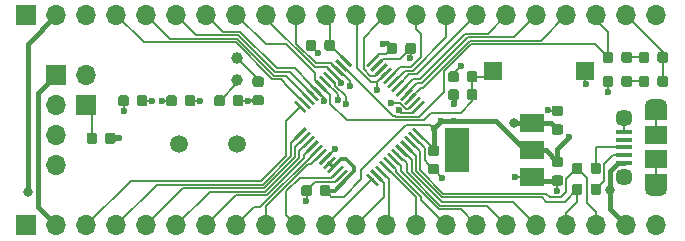
<source format=gtl>
G04 #@! TF.GenerationSoftware,KiCad,Pcbnew,(5.1.2)-2*
G04 #@! TF.CreationDate,2020-02-28T11:19:54+01:00*
G04 #@! TF.ProjectId,mibo48_stm32g4,6d69626f-3438-45f7-9374-6d333267342e,rev?*
G04 #@! TF.SameCoordinates,PX7a53eb0PY5ad6650*
G04 #@! TF.FileFunction,Copper,L1,Top*
G04 #@! TF.FilePolarity,Positive*
%FSLAX46Y46*%
G04 Gerber Fmt 4.6, Leading zero omitted, Abs format (unit mm)*
G04 Created by KiCad (PCBNEW (5.1.2)-2) date 2020-02-28 11:19:54*
%MOMM*%
%LPD*%
G04 APERTURE LIST*
%ADD10C,0.100000*%
%ADD11C,0.875000*%
%ADD12R,1.500000X1.500000*%
%ADD13C,0.250000*%
%ADD14R,1.700000X1.700000*%
%ADD15O,1.700000X1.700000*%
%ADD16R,1.900000X1.500000*%
%ADD17C,1.450000*%
%ADD18R,1.350000X0.400000*%
%ADD19O,1.900000X1.200000*%
%ADD20R,1.900000X1.200000*%
%ADD21R,2.000000X3.800000*%
%ADD22R,2.000000X1.500000*%
%ADD23C,1.500000*%
%ADD24C,1.000000*%
%ADD25C,0.600000*%
%ADD26C,0.800000*%
%ADD27C,0.152000*%
%ADD28C,0.400000*%
%ADD29C,0.300000*%
%ADD30C,0.200000*%
G04 APERTURE END LIST*
D10*
G36*
X7047190Y-11210053D02*
G01*
X7068425Y-11213203D01*
X7089249Y-11218419D01*
X7109461Y-11225651D01*
X7128867Y-11234830D01*
X7147280Y-11245866D01*
X7164523Y-11258654D01*
X7180429Y-11273070D01*
X7194845Y-11288976D01*
X7207633Y-11306219D01*
X7218669Y-11324632D01*
X7227848Y-11344038D01*
X7235080Y-11364250D01*
X7240296Y-11385074D01*
X7243446Y-11406309D01*
X7244499Y-11427750D01*
X7244499Y-11940250D01*
X7243446Y-11961691D01*
X7240296Y-11982926D01*
X7235080Y-12003750D01*
X7227848Y-12023962D01*
X7218669Y-12043368D01*
X7207633Y-12061781D01*
X7194845Y-12079024D01*
X7180429Y-12094930D01*
X7164523Y-12109346D01*
X7147280Y-12122134D01*
X7128867Y-12133170D01*
X7109461Y-12142349D01*
X7089249Y-12149581D01*
X7068425Y-12154797D01*
X7047190Y-12157947D01*
X7025749Y-12159000D01*
X6588249Y-12159000D01*
X6566808Y-12157947D01*
X6545573Y-12154797D01*
X6524749Y-12149581D01*
X6504537Y-12142349D01*
X6485131Y-12133170D01*
X6466718Y-12122134D01*
X6449475Y-12109346D01*
X6433569Y-12094930D01*
X6419153Y-12079024D01*
X6406365Y-12061781D01*
X6395329Y-12043368D01*
X6386150Y-12023962D01*
X6378918Y-12003750D01*
X6373702Y-11982926D01*
X6370552Y-11961691D01*
X6369499Y-11940250D01*
X6369499Y-11427750D01*
X6370552Y-11406309D01*
X6373702Y-11385074D01*
X6378918Y-11364250D01*
X6386150Y-11344038D01*
X6395329Y-11324632D01*
X6406365Y-11306219D01*
X6419153Y-11288976D01*
X6433569Y-11273070D01*
X6449475Y-11258654D01*
X6466718Y-11245866D01*
X6485131Y-11234830D01*
X6504537Y-11225651D01*
X6524749Y-11218419D01*
X6545573Y-11213203D01*
X6566808Y-11210053D01*
X6588249Y-11209000D01*
X7025749Y-11209000D01*
X7047190Y-11210053D01*
X7047190Y-11210053D01*
G37*
D11*
X6806999Y-11684000D03*
D10*
G36*
X8622190Y-11210053D02*
G01*
X8643425Y-11213203D01*
X8664249Y-11218419D01*
X8684461Y-11225651D01*
X8703867Y-11234830D01*
X8722280Y-11245866D01*
X8739523Y-11258654D01*
X8755429Y-11273070D01*
X8769845Y-11288976D01*
X8782633Y-11306219D01*
X8793669Y-11324632D01*
X8802848Y-11344038D01*
X8810080Y-11364250D01*
X8815296Y-11385074D01*
X8818446Y-11406309D01*
X8819499Y-11427750D01*
X8819499Y-11940250D01*
X8818446Y-11961691D01*
X8815296Y-11982926D01*
X8810080Y-12003750D01*
X8802848Y-12023962D01*
X8793669Y-12043368D01*
X8782633Y-12061781D01*
X8769845Y-12079024D01*
X8755429Y-12094930D01*
X8739523Y-12109346D01*
X8722280Y-12122134D01*
X8703867Y-12133170D01*
X8684461Y-12142349D01*
X8664249Y-12149581D01*
X8643425Y-12154797D01*
X8622190Y-12157947D01*
X8600749Y-12159000D01*
X8163249Y-12159000D01*
X8141808Y-12157947D01*
X8120573Y-12154797D01*
X8099749Y-12149581D01*
X8079537Y-12142349D01*
X8060131Y-12133170D01*
X8041718Y-12122134D01*
X8024475Y-12109346D01*
X8008569Y-12094930D01*
X7994153Y-12079024D01*
X7981365Y-12061781D01*
X7970329Y-12043368D01*
X7961150Y-12023962D01*
X7953918Y-12003750D01*
X7948702Y-11982926D01*
X7945552Y-11961691D01*
X7944499Y-11940250D01*
X7944499Y-11427750D01*
X7945552Y-11406309D01*
X7948702Y-11385074D01*
X7953918Y-11364250D01*
X7961150Y-11344038D01*
X7970329Y-11324632D01*
X7981365Y-11306219D01*
X7994153Y-11288976D01*
X8008569Y-11273070D01*
X8024475Y-11258654D01*
X8041718Y-11245866D01*
X8060131Y-11234830D01*
X8079537Y-11225651D01*
X8099749Y-11218419D01*
X8120573Y-11213203D01*
X8141808Y-11210053D01*
X8163249Y-11209000D01*
X8600749Y-11209000D01*
X8622190Y-11210053D01*
X8622190Y-11210053D01*
G37*
D11*
X8381999Y-11684000D03*
D12*
X40804000Y-5969000D03*
X48604000Y-5969000D03*
D13*
X28332629Y-5139542D03*
D10*
G36*
X27784621Y-4768311D02*
G01*
X27961398Y-4591534D01*
X28880637Y-5510773D01*
X28703860Y-5687550D01*
X27784621Y-4768311D01*
X27784621Y-4768311D01*
G37*
D13*
X27979076Y-5493095D03*
D10*
G36*
X27431068Y-5121864D02*
G01*
X27607845Y-4945087D01*
X28527084Y-5864326D01*
X28350307Y-6041103D01*
X27431068Y-5121864D01*
X27431068Y-5121864D01*
G37*
D13*
X27625522Y-5846649D03*
D10*
G36*
X27077514Y-5475418D02*
G01*
X27254291Y-5298641D01*
X28173530Y-6217880D01*
X27996753Y-6394657D01*
X27077514Y-5475418D01*
X27077514Y-5475418D01*
G37*
D13*
X27271969Y-6200202D03*
D10*
G36*
X26723961Y-5828971D02*
G01*
X26900738Y-5652194D01*
X27819977Y-6571433D01*
X27643200Y-6748210D01*
X26723961Y-5828971D01*
X26723961Y-5828971D01*
G37*
D13*
X26918416Y-6553755D03*
D10*
G36*
X26370408Y-6182524D02*
G01*
X26547185Y-6005747D01*
X27466424Y-6924986D01*
X27289647Y-7101763D01*
X26370408Y-6182524D01*
X26370408Y-6182524D01*
G37*
D13*
X26564862Y-6907309D03*
D10*
G36*
X26016854Y-6536078D02*
G01*
X26193631Y-6359301D01*
X27112870Y-7278540D01*
X26936093Y-7455317D01*
X26016854Y-6536078D01*
X26016854Y-6536078D01*
G37*
D13*
X26211309Y-7260862D03*
D10*
G36*
X25663301Y-6889631D02*
G01*
X25840078Y-6712854D01*
X26759317Y-7632093D01*
X26582540Y-7808870D01*
X25663301Y-6889631D01*
X25663301Y-6889631D01*
G37*
D13*
X25857755Y-7614416D03*
D10*
G36*
X25309747Y-7243185D02*
G01*
X25486524Y-7066408D01*
X26405763Y-7985647D01*
X26228986Y-8162424D01*
X25309747Y-7243185D01*
X25309747Y-7243185D01*
G37*
D13*
X25504202Y-7967969D03*
D10*
G36*
X24956194Y-7596738D02*
G01*
X25132971Y-7419961D01*
X26052210Y-8339200D01*
X25875433Y-8515977D01*
X24956194Y-7596738D01*
X24956194Y-7596738D01*
G37*
D13*
X25150649Y-8321522D03*
D10*
G36*
X24602641Y-7950291D02*
G01*
X24779418Y-7773514D01*
X25698657Y-8692753D01*
X25521880Y-8869530D01*
X24602641Y-7950291D01*
X24602641Y-7950291D01*
G37*
D13*
X24797095Y-8675076D03*
D10*
G36*
X24249087Y-8303845D02*
G01*
X24425864Y-8127068D01*
X25345103Y-9046307D01*
X25168326Y-9223084D01*
X24249087Y-8303845D01*
X24249087Y-8303845D01*
G37*
D13*
X24443542Y-9028629D03*
D10*
G36*
X23895534Y-8657398D02*
G01*
X24072311Y-8480621D01*
X24991550Y-9399860D01*
X24814773Y-9576637D01*
X23895534Y-8657398D01*
X23895534Y-8657398D01*
G37*
D13*
X24443542Y-11291371D03*
D10*
G36*
X24072311Y-11839379D02*
G01*
X23895534Y-11662602D01*
X24814773Y-10743363D01*
X24991550Y-10920140D01*
X24072311Y-11839379D01*
X24072311Y-11839379D01*
G37*
D13*
X24797095Y-11644924D03*
D10*
G36*
X24425864Y-12192932D02*
G01*
X24249087Y-12016155D01*
X25168326Y-11096916D01*
X25345103Y-11273693D01*
X24425864Y-12192932D01*
X24425864Y-12192932D01*
G37*
D13*
X25150649Y-11998478D03*
D10*
G36*
X24779418Y-12546486D02*
G01*
X24602641Y-12369709D01*
X25521880Y-11450470D01*
X25698657Y-11627247D01*
X24779418Y-12546486D01*
X24779418Y-12546486D01*
G37*
D13*
X25504202Y-12352031D03*
D10*
G36*
X25132971Y-12900039D02*
G01*
X24956194Y-12723262D01*
X25875433Y-11804023D01*
X26052210Y-11980800D01*
X25132971Y-12900039D01*
X25132971Y-12900039D01*
G37*
D13*
X25857755Y-12705584D03*
D10*
G36*
X25486524Y-13253592D02*
G01*
X25309747Y-13076815D01*
X26228986Y-12157576D01*
X26405763Y-12334353D01*
X25486524Y-13253592D01*
X25486524Y-13253592D01*
G37*
D13*
X26211309Y-13059138D03*
D10*
G36*
X25840078Y-13607146D02*
G01*
X25663301Y-13430369D01*
X26582540Y-12511130D01*
X26759317Y-12687907D01*
X25840078Y-13607146D01*
X25840078Y-13607146D01*
G37*
D13*
X26564862Y-13412691D03*
D10*
G36*
X26193631Y-13960699D02*
G01*
X26016854Y-13783922D01*
X26936093Y-12864683D01*
X27112870Y-13041460D01*
X26193631Y-13960699D01*
X26193631Y-13960699D01*
G37*
D13*
X26918416Y-13766245D03*
D10*
G36*
X26547185Y-14314253D02*
G01*
X26370408Y-14137476D01*
X27289647Y-13218237D01*
X27466424Y-13395014D01*
X26547185Y-14314253D01*
X26547185Y-14314253D01*
G37*
D13*
X27271969Y-14119798D03*
D10*
G36*
X26900738Y-14667806D02*
G01*
X26723961Y-14491029D01*
X27643200Y-13571790D01*
X27819977Y-13748567D01*
X26900738Y-14667806D01*
X26900738Y-14667806D01*
G37*
D13*
X27625522Y-14473351D03*
D10*
G36*
X27254291Y-15021359D02*
G01*
X27077514Y-14844582D01*
X27996753Y-13925343D01*
X28173530Y-14102120D01*
X27254291Y-15021359D01*
X27254291Y-15021359D01*
G37*
D13*
X27979076Y-14826905D03*
D10*
G36*
X27607845Y-15374913D02*
G01*
X27431068Y-15198136D01*
X28350307Y-14278897D01*
X28527084Y-14455674D01*
X27607845Y-15374913D01*
X27607845Y-15374913D01*
G37*
D13*
X28332629Y-15180458D03*
D10*
G36*
X27961398Y-15728466D02*
G01*
X27784621Y-15551689D01*
X28703860Y-14632450D01*
X28880637Y-14809227D01*
X27961398Y-15728466D01*
X27961398Y-15728466D01*
G37*
D13*
X30595371Y-15180458D03*
D10*
G36*
X30047363Y-14809227D02*
G01*
X30224140Y-14632450D01*
X31143379Y-15551689D01*
X30966602Y-15728466D01*
X30047363Y-14809227D01*
X30047363Y-14809227D01*
G37*
D13*
X30948924Y-14826905D03*
D10*
G36*
X30400916Y-14455674D02*
G01*
X30577693Y-14278897D01*
X31496932Y-15198136D01*
X31320155Y-15374913D01*
X30400916Y-14455674D01*
X30400916Y-14455674D01*
G37*
D13*
X31302478Y-14473351D03*
D10*
G36*
X30754470Y-14102120D02*
G01*
X30931247Y-13925343D01*
X31850486Y-14844582D01*
X31673709Y-15021359D01*
X30754470Y-14102120D01*
X30754470Y-14102120D01*
G37*
D13*
X31656031Y-14119798D03*
D10*
G36*
X31108023Y-13748567D02*
G01*
X31284800Y-13571790D01*
X32204039Y-14491029D01*
X32027262Y-14667806D01*
X31108023Y-13748567D01*
X31108023Y-13748567D01*
G37*
D13*
X32009584Y-13766245D03*
D10*
G36*
X31461576Y-13395014D02*
G01*
X31638353Y-13218237D01*
X32557592Y-14137476D01*
X32380815Y-14314253D01*
X31461576Y-13395014D01*
X31461576Y-13395014D01*
G37*
D13*
X32363138Y-13412691D03*
D10*
G36*
X31815130Y-13041460D02*
G01*
X31991907Y-12864683D01*
X32911146Y-13783922D01*
X32734369Y-13960699D01*
X31815130Y-13041460D01*
X31815130Y-13041460D01*
G37*
D13*
X32716691Y-13059138D03*
D10*
G36*
X32168683Y-12687907D02*
G01*
X32345460Y-12511130D01*
X33264699Y-13430369D01*
X33087922Y-13607146D01*
X32168683Y-12687907D01*
X32168683Y-12687907D01*
G37*
D13*
X33070245Y-12705584D03*
D10*
G36*
X32522237Y-12334353D02*
G01*
X32699014Y-12157576D01*
X33618253Y-13076815D01*
X33441476Y-13253592D01*
X32522237Y-12334353D01*
X32522237Y-12334353D01*
G37*
D13*
X33423798Y-12352031D03*
D10*
G36*
X32875790Y-11980800D02*
G01*
X33052567Y-11804023D01*
X33971806Y-12723262D01*
X33795029Y-12900039D01*
X32875790Y-11980800D01*
X32875790Y-11980800D01*
G37*
D13*
X33777351Y-11998478D03*
D10*
G36*
X33229343Y-11627247D02*
G01*
X33406120Y-11450470D01*
X34325359Y-12369709D01*
X34148582Y-12546486D01*
X33229343Y-11627247D01*
X33229343Y-11627247D01*
G37*
D13*
X34130905Y-11644924D03*
D10*
G36*
X33582897Y-11273693D02*
G01*
X33759674Y-11096916D01*
X34678913Y-12016155D01*
X34502136Y-12192932D01*
X33582897Y-11273693D01*
X33582897Y-11273693D01*
G37*
D13*
X34484458Y-11291371D03*
D10*
G36*
X33936450Y-10920140D02*
G01*
X34113227Y-10743363D01*
X35032466Y-11662602D01*
X34855689Y-11839379D01*
X33936450Y-10920140D01*
X33936450Y-10920140D01*
G37*
D13*
X34484458Y-9028629D03*
D10*
G36*
X34113227Y-9576637D02*
G01*
X33936450Y-9399860D01*
X34855689Y-8480621D01*
X35032466Y-8657398D01*
X34113227Y-9576637D01*
X34113227Y-9576637D01*
G37*
D13*
X34130905Y-8675076D03*
D10*
G36*
X33759674Y-9223084D02*
G01*
X33582897Y-9046307D01*
X34502136Y-8127068D01*
X34678913Y-8303845D01*
X33759674Y-9223084D01*
X33759674Y-9223084D01*
G37*
D13*
X33777351Y-8321522D03*
D10*
G36*
X33406120Y-8869530D02*
G01*
X33229343Y-8692753D01*
X34148582Y-7773514D01*
X34325359Y-7950291D01*
X33406120Y-8869530D01*
X33406120Y-8869530D01*
G37*
D13*
X33423798Y-7967969D03*
D10*
G36*
X33052567Y-8515977D02*
G01*
X32875790Y-8339200D01*
X33795029Y-7419961D01*
X33971806Y-7596738D01*
X33052567Y-8515977D01*
X33052567Y-8515977D01*
G37*
D13*
X33070245Y-7614416D03*
D10*
G36*
X32699014Y-8162424D02*
G01*
X32522237Y-7985647D01*
X33441476Y-7066408D01*
X33618253Y-7243185D01*
X32699014Y-8162424D01*
X32699014Y-8162424D01*
G37*
D13*
X32716691Y-7260862D03*
D10*
G36*
X32345460Y-7808870D02*
G01*
X32168683Y-7632093D01*
X33087922Y-6712854D01*
X33264699Y-6889631D01*
X32345460Y-7808870D01*
X32345460Y-7808870D01*
G37*
D13*
X32363138Y-6907309D03*
D10*
G36*
X31991907Y-7455317D02*
G01*
X31815130Y-7278540D01*
X32734369Y-6359301D01*
X32911146Y-6536078D01*
X31991907Y-7455317D01*
X31991907Y-7455317D01*
G37*
D13*
X32009584Y-6553755D03*
D10*
G36*
X31638353Y-7101763D02*
G01*
X31461576Y-6924986D01*
X32380815Y-6005747D01*
X32557592Y-6182524D01*
X31638353Y-7101763D01*
X31638353Y-7101763D01*
G37*
D13*
X31656031Y-6200202D03*
D10*
G36*
X31284800Y-6748210D02*
G01*
X31108023Y-6571433D01*
X32027262Y-5652194D01*
X32204039Y-5828971D01*
X31284800Y-6748210D01*
X31284800Y-6748210D01*
G37*
D13*
X31302478Y-5846649D03*
D10*
G36*
X30931247Y-6394657D02*
G01*
X30754470Y-6217880D01*
X31673709Y-5298641D01*
X31850486Y-5475418D01*
X30931247Y-6394657D01*
X30931247Y-6394657D01*
G37*
D13*
X30948924Y-5493095D03*
D10*
G36*
X30577693Y-6041103D02*
G01*
X30400916Y-5864326D01*
X31320155Y-4945087D01*
X31496932Y-5121864D01*
X30577693Y-6041103D01*
X30577693Y-6041103D01*
G37*
D13*
X30595371Y-5139542D03*
D10*
G36*
X30224140Y-5687550D02*
G01*
X30047363Y-5510773D01*
X30966602Y-4591534D01*
X31143379Y-4768311D01*
X30224140Y-5687550D01*
X30224140Y-5687550D01*
G37*
G36*
X34047691Y-3590053D02*
G01*
X34068926Y-3593203D01*
X34089750Y-3598419D01*
X34109962Y-3605651D01*
X34129368Y-3614830D01*
X34147781Y-3625866D01*
X34165024Y-3638654D01*
X34180930Y-3653070D01*
X34195346Y-3668976D01*
X34208134Y-3686219D01*
X34219170Y-3704632D01*
X34228349Y-3724038D01*
X34235581Y-3744250D01*
X34240797Y-3765074D01*
X34243947Y-3786309D01*
X34245000Y-3807750D01*
X34245000Y-4320250D01*
X34243947Y-4341691D01*
X34240797Y-4362926D01*
X34235581Y-4383750D01*
X34228349Y-4403962D01*
X34219170Y-4423368D01*
X34208134Y-4441781D01*
X34195346Y-4459024D01*
X34180930Y-4474930D01*
X34165024Y-4489346D01*
X34147781Y-4502134D01*
X34129368Y-4513170D01*
X34109962Y-4522349D01*
X34089750Y-4529581D01*
X34068926Y-4534797D01*
X34047691Y-4537947D01*
X34026250Y-4539000D01*
X33588750Y-4539000D01*
X33567309Y-4537947D01*
X33546074Y-4534797D01*
X33525250Y-4529581D01*
X33505038Y-4522349D01*
X33485632Y-4513170D01*
X33467219Y-4502134D01*
X33449976Y-4489346D01*
X33434070Y-4474930D01*
X33419654Y-4459024D01*
X33406866Y-4441781D01*
X33395830Y-4423368D01*
X33386651Y-4403962D01*
X33379419Y-4383750D01*
X33374203Y-4362926D01*
X33371053Y-4341691D01*
X33370000Y-4320250D01*
X33370000Y-3807750D01*
X33371053Y-3786309D01*
X33374203Y-3765074D01*
X33379419Y-3744250D01*
X33386651Y-3724038D01*
X33395830Y-3704632D01*
X33406866Y-3686219D01*
X33419654Y-3668976D01*
X33434070Y-3653070D01*
X33449976Y-3638654D01*
X33467219Y-3625866D01*
X33485632Y-3614830D01*
X33505038Y-3605651D01*
X33525250Y-3598419D01*
X33546074Y-3593203D01*
X33567309Y-3590053D01*
X33588750Y-3589000D01*
X34026250Y-3589000D01*
X34047691Y-3590053D01*
X34047691Y-3590053D01*
G37*
D11*
X33807500Y-4064000D03*
D10*
G36*
X32472691Y-3590053D02*
G01*
X32493926Y-3593203D01*
X32514750Y-3598419D01*
X32534962Y-3605651D01*
X32554368Y-3614830D01*
X32572781Y-3625866D01*
X32590024Y-3638654D01*
X32605930Y-3653070D01*
X32620346Y-3668976D01*
X32633134Y-3686219D01*
X32644170Y-3704632D01*
X32653349Y-3724038D01*
X32660581Y-3744250D01*
X32665797Y-3765074D01*
X32668947Y-3786309D01*
X32670000Y-3807750D01*
X32670000Y-4320250D01*
X32668947Y-4341691D01*
X32665797Y-4362926D01*
X32660581Y-4383750D01*
X32653349Y-4403962D01*
X32644170Y-4423368D01*
X32633134Y-4441781D01*
X32620346Y-4459024D01*
X32605930Y-4474930D01*
X32590024Y-4489346D01*
X32572781Y-4502134D01*
X32554368Y-4513170D01*
X32534962Y-4522349D01*
X32514750Y-4529581D01*
X32493926Y-4534797D01*
X32472691Y-4537947D01*
X32451250Y-4539000D01*
X32013750Y-4539000D01*
X31992309Y-4537947D01*
X31971074Y-4534797D01*
X31950250Y-4529581D01*
X31930038Y-4522349D01*
X31910632Y-4513170D01*
X31892219Y-4502134D01*
X31874976Y-4489346D01*
X31859070Y-4474930D01*
X31844654Y-4459024D01*
X31831866Y-4441781D01*
X31820830Y-4423368D01*
X31811651Y-4403962D01*
X31804419Y-4383750D01*
X31799203Y-4362926D01*
X31796053Y-4341691D01*
X31795000Y-4320250D01*
X31795000Y-3807750D01*
X31796053Y-3786309D01*
X31799203Y-3765074D01*
X31804419Y-3744250D01*
X31811651Y-3724038D01*
X31820830Y-3704632D01*
X31831866Y-3686219D01*
X31844654Y-3668976D01*
X31859070Y-3653070D01*
X31874976Y-3638654D01*
X31892219Y-3625866D01*
X31910632Y-3614830D01*
X31930038Y-3605651D01*
X31950250Y-3598419D01*
X31971074Y-3593203D01*
X31992309Y-3590053D01*
X32013750Y-3589000D01*
X32451250Y-3589000D01*
X32472691Y-3590053D01*
X32472691Y-3590053D01*
G37*
D11*
X32232500Y-4064000D03*
D10*
G36*
X9739691Y-8035053D02*
G01*
X9760926Y-8038203D01*
X9781750Y-8043419D01*
X9801962Y-8050651D01*
X9821368Y-8059830D01*
X9839781Y-8070866D01*
X9857024Y-8083654D01*
X9872930Y-8098070D01*
X9887346Y-8113976D01*
X9900134Y-8131219D01*
X9911170Y-8149632D01*
X9920349Y-8169038D01*
X9927581Y-8189250D01*
X9932797Y-8210074D01*
X9935947Y-8231309D01*
X9937000Y-8252750D01*
X9937000Y-8765250D01*
X9935947Y-8786691D01*
X9932797Y-8807926D01*
X9927581Y-8828750D01*
X9920349Y-8848962D01*
X9911170Y-8868368D01*
X9900134Y-8886781D01*
X9887346Y-8904024D01*
X9872930Y-8919930D01*
X9857024Y-8934346D01*
X9839781Y-8947134D01*
X9821368Y-8958170D01*
X9801962Y-8967349D01*
X9781750Y-8974581D01*
X9760926Y-8979797D01*
X9739691Y-8982947D01*
X9718250Y-8984000D01*
X9280750Y-8984000D01*
X9259309Y-8982947D01*
X9238074Y-8979797D01*
X9217250Y-8974581D01*
X9197038Y-8967349D01*
X9177632Y-8958170D01*
X9159219Y-8947134D01*
X9141976Y-8934346D01*
X9126070Y-8919930D01*
X9111654Y-8904024D01*
X9098866Y-8886781D01*
X9087830Y-8868368D01*
X9078651Y-8848962D01*
X9071419Y-8828750D01*
X9066203Y-8807926D01*
X9063053Y-8786691D01*
X9062000Y-8765250D01*
X9062000Y-8252750D01*
X9063053Y-8231309D01*
X9066203Y-8210074D01*
X9071419Y-8189250D01*
X9078651Y-8169038D01*
X9087830Y-8149632D01*
X9098866Y-8131219D01*
X9111654Y-8113976D01*
X9126070Y-8098070D01*
X9141976Y-8083654D01*
X9159219Y-8070866D01*
X9177632Y-8059830D01*
X9197038Y-8050651D01*
X9217250Y-8043419D01*
X9238074Y-8038203D01*
X9259309Y-8035053D01*
X9280750Y-8034000D01*
X9718250Y-8034000D01*
X9739691Y-8035053D01*
X9739691Y-8035053D01*
G37*
D11*
X9499500Y-8509000D03*
D10*
G36*
X11314691Y-8035053D02*
G01*
X11335926Y-8038203D01*
X11356750Y-8043419D01*
X11376962Y-8050651D01*
X11396368Y-8059830D01*
X11414781Y-8070866D01*
X11432024Y-8083654D01*
X11447930Y-8098070D01*
X11462346Y-8113976D01*
X11475134Y-8131219D01*
X11486170Y-8149632D01*
X11495349Y-8169038D01*
X11502581Y-8189250D01*
X11507797Y-8210074D01*
X11510947Y-8231309D01*
X11512000Y-8252750D01*
X11512000Y-8765250D01*
X11510947Y-8786691D01*
X11507797Y-8807926D01*
X11502581Y-8828750D01*
X11495349Y-8848962D01*
X11486170Y-8868368D01*
X11475134Y-8886781D01*
X11462346Y-8904024D01*
X11447930Y-8919930D01*
X11432024Y-8934346D01*
X11414781Y-8947134D01*
X11396368Y-8958170D01*
X11376962Y-8967349D01*
X11356750Y-8974581D01*
X11335926Y-8979797D01*
X11314691Y-8982947D01*
X11293250Y-8984000D01*
X10855750Y-8984000D01*
X10834309Y-8982947D01*
X10813074Y-8979797D01*
X10792250Y-8974581D01*
X10772038Y-8967349D01*
X10752632Y-8958170D01*
X10734219Y-8947134D01*
X10716976Y-8934346D01*
X10701070Y-8919930D01*
X10686654Y-8904024D01*
X10673866Y-8886781D01*
X10662830Y-8868368D01*
X10653651Y-8848962D01*
X10646419Y-8828750D01*
X10641203Y-8807926D01*
X10638053Y-8786691D01*
X10637000Y-8765250D01*
X10637000Y-8252750D01*
X10638053Y-8231309D01*
X10641203Y-8210074D01*
X10646419Y-8189250D01*
X10653651Y-8169038D01*
X10662830Y-8149632D01*
X10673866Y-8131219D01*
X10686654Y-8113976D01*
X10701070Y-8098070D01*
X10716976Y-8083654D01*
X10734219Y-8070866D01*
X10752632Y-8059830D01*
X10772038Y-8050651D01*
X10792250Y-8043419D01*
X10813074Y-8038203D01*
X10834309Y-8035053D01*
X10855750Y-8034000D01*
X11293250Y-8034000D01*
X11314691Y-8035053D01*
X11314691Y-8035053D01*
G37*
D11*
X11074500Y-8509000D03*
D10*
G36*
X15378691Y-8035053D02*
G01*
X15399926Y-8038203D01*
X15420750Y-8043419D01*
X15440962Y-8050651D01*
X15460368Y-8059830D01*
X15478781Y-8070866D01*
X15496024Y-8083654D01*
X15511930Y-8098070D01*
X15526346Y-8113976D01*
X15539134Y-8131219D01*
X15550170Y-8149632D01*
X15559349Y-8169038D01*
X15566581Y-8189250D01*
X15571797Y-8210074D01*
X15574947Y-8231309D01*
X15576000Y-8252750D01*
X15576000Y-8765250D01*
X15574947Y-8786691D01*
X15571797Y-8807926D01*
X15566581Y-8828750D01*
X15559349Y-8848962D01*
X15550170Y-8868368D01*
X15539134Y-8886781D01*
X15526346Y-8904024D01*
X15511930Y-8919930D01*
X15496024Y-8934346D01*
X15478781Y-8947134D01*
X15460368Y-8958170D01*
X15440962Y-8967349D01*
X15420750Y-8974581D01*
X15399926Y-8979797D01*
X15378691Y-8982947D01*
X15357250Y-8984000D01*
X14919750Y-8984000D01*
X14898309Y-8982947D01*
X14877074Y-8979797D01*
X14856250Y-8974581D01*
X14836038Y-8967349D01*
X14816632Y-8958170D01*
X14798219Y-8947134D01*
X14780976Y-8934346D01*
X14765070Y-8919930D01*
X14750654Y-8904024D01*
X14737866Y-8886781D01*
X14726830Y-8868368D01*
X14717651Y-8848962D01*
X14710419Y-8828750D01*
X14705203Y-8807926D01*
X14702053Y-8786691D01*
X14701000Y-8765250D01*
X14701000Y-8252750D01*
X14702053Y-8231309D01*
X14705203Y-8210074D01*
X14710419Y-8189250D01*
X14717651Y-8169038D01*
X14726830Y-8149632D01*
X14737866Y-8131219D01*
X14750654Y-8113976D01*
X14765070Y-8098070D01*
X14780976Y-8083654D01*
X14798219Y-8070866D01*
X14816632Y-8059830D01*
X14836038Y-8050651D01*
X14856250Y-8043419D01*
X14877074Y-8038203D01*
X14898309Y-8035053D01*
X14919750Y-8034000D01*
X15357250Y-8034000D01*
X15378691Y-8035053D01*
X15378691Y-8035053D01*
G37*
D11*
X15138500Y-8509000D03*
D10*
G36*
X13803691Y-8035053D02*
G01*
X13824926Y-8038203D01*
X13845750Y-8043419D01*
X13865962Y-8050651D01*
X13885368Y-8059830D01*
X13903781Y-8070866D01*
X13921024Y-8083654D01*
X13936930Y-8098070D01*
X13951346Y-8113976D01*
X13964134Y-8131219D01*
X13975170Y-8149632D01*
X13984349Y-8169038D01*
X13991581Y-8189250D01*
X13996797Y-8210074D01*
X13999947Y-8231309D01*
X14001000Y-8252750D01*
X14001000Y-8765250D01*
X13999947Y-8786691D01*
X13996797Y-8807926D01*
X13991581Y-8828750D01*
X13984349Y-8848962D01*
X13975170Y-8868368D01*
X13964134Y-8886781D01*
X13951346Y-8904024D01*
X13936930Y-8919930D01*
X13921024Y-8934346D01*
X13903781Y-8947134D01*
X13885368Y-8958170D01*
X13865962Y-8967349D01*
X13845750Y-8974581D01*
X13824926Y-8979797D01*
X13803691Y-8982947D01*
X13782250Y-8984000D01*
X13344750Y-8984000D01*
X13323309Y-8982947D01*
X13302074Y-8979797D01*
X13281250Y-8974581D01*
X13261038Y-8967349D01*
X13241632Y-8958170D01*
X13223219Y-8947134D01*
X13205976Y-8934346D01*
X13190070Y-8919930D01*
X13175654Y-8904024D01*
X13162866Y-8886781D01*
X13151830Y-8868368D01*
X13142651Y-8848962D01*
X13135419Y-8828750D01*
X13130203Y-8807926D01*
X13127053Y-8786691D01*
X13126000Y-8765250D01*
X13126000Y-8252750D01*
X13127053Y-8231309D01*
X13130203Y-8210074D01*
X13135419Y-8189250D01*
X13142651Y-8169038D01*
X13151830Y-8149632D01*
X13162866Y-8131219D01*
X13175654Y-8113976D01*
X13190070Y-8098070D01*
X13205976Y-8083654D01*
X13223219Y-8070866D01*
X13241632Y-8059830D01*
X13261038Y-8050651D01*
X13281250Y-8043419D01*
X13302074Y-8038203D01*
X13323309Y-8035053D01*
X13344750Y-8034000D01*
X13782250Y-8034000D01*
X13803691Y-8035053D01*
X13803691Y-8035053D01*
G37*
D11*
X13563500Y-8509000D03*
D10*
G36*
X39254691Y-6003053D02*
G01*
X39275926Y-6006203D01*
X39296750Y-6011419D01*
X39316962Y-6018651D01*
X39336368Y-6027830D01*
X39354781Y-6038866D01*
X39372024Y-6051654D01*
X39387930Y-6066070D01*
X39402346Y-6081976D01*
X39415134Y-6099219D01*
X39426170Y-6117632D01*
X39435349Y-6137038D01*
X39442581Y-6157250D01*
X39447797Y-6178074D01*
X39450947Y-6199309D01*
X39452000Y-6220750D01*
X39452000Y-6733250D01*
X39450947Y-6754691D01*
X39447797Y-6775926D01*
X39442581Y-6796750D01*
X39435349Y-6816962D01*
X39426170Y-6836368D01*
X39415134Y-6854781D01*
X39402346Y-6872024D01*
X39387930Y-6887930D01*
X39372024Y-6902346D01*
X39354781Y-6915134D01*
X39336368Y-6926170D01*
X39316962Y-6935349D01*
X39296750Y-6942581D01*
X39275926Y-6947797D01*
X39254691Y-6950947D01*
X39233250Y-6952000D01*
X38795750Y-6952000D01*
X38774309Y-6950947D01*
X38753074Y-6947797D01*
X38732250Y-6942581D01*
X38712038Y-6935349D01*
X38692632Y-6926170D01*
X38674219Y-6915134D01*
X38656976Y-6902346D01*
X38641070Y-6887930D01*
X38626654Y-6872024D01*
X38613866Y-6854781D01*
X38602830Y-6836368D01*
X38593651Y-6816962D01*
X38586419Y-6796750D01*
X38581203Y-6775926D01*
X38578053Y-6754691D01*
X38577000Y-6733250D01*
X38577000Y-6220750D01*
X38578053Y-6199309D01*
X38581203Y-6178074D01*
X38586419Y-6157250D01*
X38593651Y-6137038D01*
X38602830Y-6117632D01*
X38613866Y-6099219D01*
X38626654Y-6081976D01*
X38641070Y-6066070D01*
X38656976Y-6051654D01*
X38674219Y-6038866D01*
X38692632Y-6027830D01*
X38712038Y-6018651D01*
X38732250Y-6011419D01*
X38753074Y-6006203D01*
X38774309Y-6003053D01*
X38795750Y-6002000D01*
X39233250Y-6002000D01*
X39254691Y-6003053D01*
X39254691Y-6003053D01*
G37*
D11*
X39014500Y-6477000D03*
D10*
G36*
X37679691Y-6003053D02*
G01*
X37700926Y-6006203D01*
X37721750Y-6011419D01*
X37741962Y-6018651D01*
X37761368Y-6027830D01*
X37779781Y-6038866D01*
X37797024Y-6051654D01*
X37812930Y-6066070D01*
X37827346Y-6081976D01*
X37840134Y-6099219D01*
X37851170Y-6117632D01*
X37860349Y-6137038D01*
X37867581Y-6157250D01*
X37872797Y-6178074D01*
X37875947Y-6199309D01*
X37877000Y-6220750D01*
X37877000Y-6733250D01*
X37875947Y-6754691D01*
X37872797Y-6775926D01*
X37867581Y-6796750D01*
X37860349Y-6816962D01*
X37851170Y-6836368D01*
X37840134Y-6854781D01*
X37827346Y-6872024D01*
X37812930Y-6887930D01*
X37797024Y-6902346D01*
X37779781Y-6915134D01*
X37761368Y-6926170D01*
X37741962Y-6935349D01*
X37721750Y-6942581D01*
X37700926Y-6947797D01*
X37679691Y-6950947D01*
X37658250Y-6952000D01*
X37220750Y-6952000D01*
X37199309Y-6950947D01*
X37178074Y-6947797D01*
X37157250Y-6942581D01*
X37137038Y-6935349D01*
X37117632Y-6926170D01*
X37099219Y-6915134D01*
X37081976Y-6902346D01*
X37066070Y-6887930D01*
X37051654Y-6872024D01*
X37038866Y-6854781D01*
X37027830Y-6836368D01*
X37018651Y-6816962D01*
X37011419Y-6796750D01*
X37006203Y-6775926D01*
X37003053Y-6754691D01*
X37002000Y-6733250D01*
X37002000Y-6220750D01*
X37003053Y-6199309D01*
X37006203Y-6178074D01*
X37011419Y-6157250D01*
X37018651Y-6137038D01*
X37027830Y-6117632D01*
X37038866Y-6099219D01*
X37051654Y-6081976D01*
X37066070Y-6066070D01*
X37081976Y-6051654D01*
X37099219Y-6038866D01*
X37117632Y-6027830D01*
X37137038Y-6018651D01*
X37157250Y-6011419D01*
X37178074Y-6006203D01*
X37199309Y-6003053D01*
X37220750Y-6002000D01*
X37658250Y-6002000D01*
X37679691Y-6003053D01*
X37679691Y-6003053D01*
G37*
D11*
X37439500Y-6477000D03*
D10*
G36*
X36028191Y-12301553D02*
G01*
X36049426Y-12304703D01*
X36070250Y-12309919D01*
X36090462Y-12317151D01*
X36109868Y-12326330D01*
X36128281Y-12337366D01*
X36145524Y-12350154D01*
X36161430Y-12364570D01*
X36175846Y-12380476D01*
X36188634Y-12397719D01*
X36199670Y-12416132D01*
X36208849Y-12435538D01*
X36216081Y-12455750D01*
X36221297Y-12476574D01*
X36224447Y-12497809D01*
X36225500Y-12519250D01*
X36225500Y-12956750D01*
X36224447Y-12978191D01*
X36221297Y-12999426D01*
X36216081Y-13020250D01*
X36208849Y-13040462D01*
X36199670Y-13059868D01*
X36188634Y-13078281D01*
X36175846Y-13095524D01*
X36161430Y-13111430D01*
X36145524Y-13125846D01*
X36128281Y-13138634D01*
X36109868Y-13149670D01*
X36090462Y-13158849D01*
X36070250Y-13166081D01*
X36049426Y-13171297D01*
X36028191Y-13174447D01*
X36006750Y-13175500D01*
X35494250Y-13175500D01*
X35472809Y-13174447D01*
X35451574Y-13171297D01*
X35430750Y-13166081D01*
X35410538Y-13158849D01*
X35391132Y-13149670D01*
X35372719Y-13138634D01*
X35355476Y-13125846D01*
X35339570Y-13111430D01*
X35325154Y-13095524D01*
X35312366Y-13078281D01*
X35301330Y-13059868D01*
X35292151Y-13040462D01*
X35284919Y-13020250D01*
X35279703Y-12999426D01*
X35276553Y-12978191D01*
X35275500Y-12956750D01*
X35275500Y-12519250D01*
X35276553Y-12497809D01*
X35279703Y-12476574D01*
X35284919Y-12455750D01*
X35292151Y-12435538D01*
X35301330Y-12416132D01*
X35312366Y-12397719D01*
X35325154Y-12380476D01*
X35339570Y-12364570D01*
X35355476Y-12350154D01*
X35372719Y-12337366D01*
X35391132Y-12326330D01*
X35410538Y-12317151D01*
X35430750Y-12309919D01*
X35451574Y-12304703D01*
X35472809Y-12301553D01*
X35494250Y-12300500D01*
X36006750Y-12300500D01*
X36028191Y-12301553D01*
X36028191Y-12301553D01*
G37*
D11*
X35750500Y-12738000D03*
D10*
G36*
X36028191Y-13876553D02*
G01*
X36049426Y-13879703D01*
X36070250Y-13884919D01*
X36090462Y-13892151D01*
X36109868Y-13901330D01*
X36128281Y-13912366D01*
X36145524Y-13925154D01*
X36161430Y-13939570D01*
X36175846Y-13955476D01*
X36188634Y-13972719D01*
X36199670Y-13991132D01*
X36208849Y-14010538D01*
X36216081Y-14030750D01*
X36221297Y-14051574D01*
X36224447Y-14072809D01*
X36225500Y-14094250D01*
X36225500Y-14531750D01*
X36224447Y-14553191D01*
X36221297Y-14574426D01*
X36216081Y-14595250D01*
X36208849Y-14615462D01*
X36199670Y-14634868D01*
X36188634Y-14653281D01*
X36175846Y-14670524D01*
X36161430Y-14686430D01*
X36145524Y-14700846D01*
X36128281Y-14713634D01*
X36109868Y-14724670D01*
X36090462Y-14733849D01*
X36070250Y-14741081D01*
X36049426Y-14746297D01*
X36028191Y-14749447D01*
X36006750Y-14750500D01*
X35494250Y-14750500D01*
X35472809Y-14749447D01*
X35451574Y-14746297D01*
X35430750Y-14741081D01*
X35410538Y-14733849D01*
X35391132Y-14724670D01*
X35372719Y-14713634D01*
X35355476Y-14700846D01*
X35339570Y-14686430D01*
X35325154Y-14670524D01*
X35312366Y-14653281D01*
X35301330Y-14634868D01*
X35292151Y-14615462D01*
X35284919Y-14595250D01*
X35279703Y-14574426D01*
X35276553Y-14553191D01*
X35275500Y-14531750D01*
X35275500Y-14094250D01*
X35276553Y-14072809D01*
X35279703Y-14051574D01*
X35284919Y-14030750D01*
X35292151Y-14010538D01*
X35301330Y-13991132D01*
X35312366Y-13972719D01*
X35325154Y-13955476D01*
X35339570Y-13939570D01*
X35355476Y-13925154D01*
X35372719Y-13912366D01*
X35391132Y-13901330D01*
X35410538Y-13892151D01*
X35430750Y-13884919D01*
X35451574Y-13879703D01*
X35472809Y-13876553D01*
X35494250Y-13875500D01*
X36006750Y-13875500D01*
X36028191Y-13876553D01*
X36028191Y-13876553D01*
G37*
D11*
X35750500Y-14313000D03*
D10*
G36*
X26808691Y-15655053D02*
G01*
X26829926Y-15658203D01*
X26850750Y-15663419D01*
X26870962Y-15670651D01*
X26890368Y-15679830D01*
X26908781Y-15690866D01*
X26926024Y-15703654D01*
X26941930Y-15718070D01*
X26956346Y-15733976D01*
X26969134Y-15751219D01*
X26980170Y-15769632D01*
X26989349Y-15789038D01*
X26996581Y-15809250D01*
X27001797Y-15830074D01*
X27004947Y-15851309D01*
X27006000Y-15872750D01*
X27006000Y-16385250D01*
X27004947Y-16406691D01*
X27001797Y-16427926D01*
X26996581Y-16448750D01*
X26989349Y-16468962D01*
X26980170Y-16488368D01*
X26969134Y-16506781D01*
X26956346Y-16524024D01*
X26941930Y-16539930D01*
X26926024Y-16554346D01*
X26908781Y-16567134D01*
X26890368Y-16578170D01*
X26870962Y-16587349D01*
X26850750Y-16594581D01*
X26829926Y-16599797D01*
X26808691Y-16602947D01*
X26787250Y-16604000D01*
X26349750Y-16604000D01*
X26328309Y-16602947D01*
X26307074Y-16599797D01*
X26286250Y-16594581D01*
X26266038Y-16587349D01*
X26246632Y-16578170D01*
X26228219Y-16567134D01*
X26210976Y-16554346D01*
X26195070Y-16539930D01*
X26180654Y-16524024D01*
X26167866Y-16506781D01*
X26156830Y-16488368D01*
X26147651Y-16468962D01*
X26140419Y-16448750D01*
X26135203Y-16427926D01*
X26132053Y-16406691D01*
X26131000Y-16385250D01*
X26131000Y-15872750D01*
X26132053Y-15851309D01*
X26135203Y-15830074D01*
X26140419Y-15809250D01*
X26147651Y-15789038D01*
X26156830Y-15769632D01*
X26167866Y-15751219D01*
X26180654Y-15733976D01*
X26195070Y-15718070D01*
X26210976Y-15703654D01*
X26228219Y-15690866D01*
X26246632Y-15679830D01*
X26266038Y-15670651D01*
X26286250Y-15663419D01*
X26307074Y-15658203D01*
X26328309Y-15655053D01*
X26349750Y-15654000D01*
X26787250Y-15654000D01*
X26808691Y-15655053D01*
X26808691Y-15655053D01*
G37*
D11*
X26568500Y-16129000D03*
D10*
G36*
X25233691Y-15655053D02*
G01*
X25254926Y-15658203D01*
X25275750Y-15663419D01*
X25295962Y-15670651D01*
X25315368Y-15679830D01*
X25333781Y-15690866D01*
X25351024Y-15703654D01*
X25366930Y-15718070D01*
X25381346Y-15733976D01*
X25394134Y-15751219D01*
X25405170Y-15769632D01*
X25414349Y-15789038D01*
X25421581Y-15809250D01*
X25426797Y-15830074D01*
X25429947Y-15851309D01*
X25431000Y-15872750D01*
X25431000Y-16385250D01*
X25429947Y-16406691D01*
X25426797Y-16427926D01*
X25421581Y-16448750D01*
X25414349Y-16468962D01*
X25405170Y-16488368D01*
X25394134Y-16506781D01*
X25381346Y-16524024D01*
X25366930Y-16539930D01*
X25351024Y-16554346D01*
X25333781Y-16567134D01*
X25315368Y-16578170D01*
X25295962Y-16587349D01*
X25275750Y-16594581D01*
X25254926Y-16599797D01*
X25233691Y-16602947D01*
X25212250Y-16604000D01*
X24774750Y-16604000D01*
X24753309Y-16602947D01*
X24732074Y-16599797D01*
X24711250Y-16594581D01*
X24691038Y-16587349D01*
X24671632Y-16578170D01*
X24653219Y-16567134D01*
X24635976Y-16554346D01*
X24620070Y-16539930D01*
X24605654Y-16524024D01*
X24592866Y-16506781D01*
X24581830Y-16488368D01*
X24572651Y-16468962D01*
X24565419Y-16448750D01*
X24560203Y-16427926D01*
X24557053Y-16406691D01*
X24556000Y-16385250D01*
X24556000Y-15872750D01*
X24557053Y-15851309D01*
X24560203Y-15830074D01*
X24565419Y-15809250D01*
X24572651Y-15789038D01*
X24581830Y-15769632D01*
X24592866Y-15751219D01*
X24605654Y-15733976D01*
X24620070Y-15718070D01*
X24635976Y-15703654D01*
X24653219Y-15690866D01*
X24671632Y-15679830D01*
X24691038Y-15670651D01*
X24711250Y-15663419D01*
X24732074Y-15658203D01*
X24753309Y-15655053D01*
X24774750Y-15654000D01*
X25212250Y-15654000D01*
X25233691Y-15655053D01*
X25233691Y-15655053D01*
G37*
D11*
X24993500Y-16129000D03*
D10*
G36*
X46505691Y-8936053D02*
G01*
X46526926Y-8939203D01*
X46547750Y-8944419D01*
X46567962Y-8951651D01*
X46587368Y-8960830D01*
X46605781Y-8971866D01*
X46623024Y-8984654D01*
X46638930Y-8999070D01*
X46653346Y-9014976D01*
X46666134Y-9032219D01*
X46677170Y-9050632D01*
X46686349Y-9070038D01*
X46693581Y-9090250D01*
X46698797Y-9111074D01*
X46701947Y-9132309D01*
X46703000Y-9153750D01*
X46703000Y-9591250D01*
X46701947Y-9612691D01*
X46698797Y-9633926D01*
X46693581Y-9654750D01*
X46686349Y-9674962D01*
X46677170Y-9694368D01*
X46666134Y-9712781D01*
X46653346Y-9730024D01*
X46638930Y-9745930D01*
X46623024Y-9760346D01*
X46605781Y-9773134D01*
X46587368Y-9784170D01*
X46567962Y-9793349D01*
X46547750Y-9800581D01*
X46526926Y-9805797D01*
X46505691Y-9808947D01*
X46484250Y-9810000D01*
X45971750Y-9810000D01*
X45950309Y-9808947D01*
X45929074Y-9805797D01*
X45908250Y-9800581D01*
X45888038Y-9793349D01*
X45868632Y-9784170D01*
X45850219Y-9773134D01*
X45832976Y-9760346D01*
X45817070Y-9745930D01*
X45802654Y-9730024D01*
X45789866Y-9712781D01*
X45778830Y-9694368D01*
X45769651Y-9674962D01*
X45762419Y-9654750D01*
X45757203Y-9633926D01*
X45754053Y-9612691D01*
X45753000Y-9591250D01*
X45753000Y-9153750D01*
X45754053Y-9132309D01*
X45757203Y-9111074D01*
X45762419Y-9090250D01*
X45769651Y-9070038D01*
X45778830Y-9050632D01*
X45789866Y-9032219D01*
X45802654Y-9014976D01*
X45817070Y-8999070D01*
X45832976Y-8984654D01*
X45850219Y-8971866D01*
X45868632Y-8960830D01*
X45888038Y-8951651D01*
X45908250Y-8944419D01*
X45929074Y-8939203D01*
X45950309Y-8936053D01*
X45971750Y-8935000D01*
X46484250Y-8935000D01*
X46505691Y-8936053D01*
X46505691Y-8936053D01*
G37*
D11*
X46228000Y-9372500D03*
D10*
G36*
X46505691Y-10511053D02*
G01*
X46526926Y-10514203D01*
X46547750Y-10519419D01*
X46567962Y-10526651D01*
X46587368Y-10535830D01*
X46605781Y-10546866D01*
X46623024Y-10559654D01*
X46638930Y-10574070D01*
X46653346Y-10589976D01*
X46666134Y-10607219D01*
X46677170Y-10625632D01*
X46686349Y-10645038D01*
X46693581Y-10665250D01*
X46698797Y-10686074D01*
X46701947Y-10707309D01*
X46703000Y-10728750D01*
X46703000Y-11166250D01*
X46701947Y-11187691D01*
X46698797Y-11208926D01*
X46693581Y-11229750D01*
X46686349Y-11249962D01*
X46677170Y-11269368D01*
X46666134Y-11287781D01*
X46653346Y-11305024D01*
X46638930Y-11320930D01*
X46623024Y-11335346D01*
X46605781Y-11348134D01*
X46587368Y-11359170D01*
X46567962Y-11368349D01*
X46547750Y-11375581D01*
X46526926Y-11380797D01*
X46505691Y-11383947D01*
X46484250Y-11385000D01*
X45971750Y-11385000D01*
X45950309Y-11383947D01*
X45929074Y-11380797D01*
X45908250Y-11375581D01*
X45888038Y-11368349D01*
X45868632Y-11359170D01*
X45850219Y-11348134D01*
X45832976Y-11335346D01*
X45817070Y-11320930D01*
X45802654Y-11305024D01*
X45789866Y-11287781D01*
X45778830Y-11269368D01*
X45769651Y-11249962D01*
X45762419Y-11229750D01*
X45757203Y-11208926D01*
X45754053Y-11187691D01*
X45753000Y-11166250D01*
X45753000Y-10728750D01*
X45754053Y-10707309D01*
X45757203Y-10686074D01*
X45762419Y-10665250D01*
X45769651Y-10645038D01*
X45778830Y-10625632D01*
X45789866Y-10607219D01*
X45802654Y-10589976D01*
X45817070Y-10574070D01*
X45832976Y-10559654D01*
X45850219Y-10546866D01*
X45868632Y-10535830D01*
X45888038Y-10526651D01*
X45908250Y-10519419D01*
X45929074Y-10514203D01*
X45950309Y-10511053D01*
X45971750Y-10510000D01*
X46484250Y-10510000D01*
X46505691Y-10511053D01*
X46505691Y-10511053D01*
G37*
D11*
X46228000Y-10947500D03*
D10*
G36*
X21169191Y-6459553D02*
G01*
X21190426Y-6462703D01*
X21211250Y-6467919D01*
X21231462Y-6475151D01*
X21250868Y-6484330D01*
X21269281Y-6495366D01*
X21286524Y-6508154D01*
X21302430Y-6522570D01*
X21316846Y-6538476D01*
X21329634Y-6555719D01*
X21340670Y-6574132D01*
X21349849Y-6593538D01*
X21357081Y-6613750D01*
X21362297Y-6634574D01*
X21365447Y-6655809D01*
X21366500Y-6677250D01*
X21366500Y-7114750D01*
X21365447Y-7136191D01*
X21362297Y-7157426D01*
X21357081Y-7178250D01*
X21349849Y-7198462D01*
X21340670Y-7217868D01*
X21329634Y-7236281D01*
X21316846Y-7253524D01*
X21302430Y-7269430D01*
X21286524Y-7283846D01*
X21269281Y-7296634D01*
X21250868Y-7307670D01*
X21231462Y-7316849D01*
X21211250Y-7324081D01*
X21190426Y-7329297D01*
X21169191Y-7332447D01*
X21147750Y-7333500D01*
X20635250Y-7333500D01*
X20613809Y-7332447D01*
X20592574Y-7329297D01*
X20571750Y-7324081D01*
X20551538Y-7316849D01*
X20532132Y-7307670D01*
X20513719Y-7296634D01*
X20496476Y-7283846D01*
X20480570Y-7269430D01*
X20466154Y-7253524D01*
X20453366Y-7236281D01*
X20442330Y-7217868D01*
X20433151Y-7198462D01*
X20425919Y-7178250D01*
X20420703Y-7157426D01*
X20417553Y-7136191D01*
X20416500Y-7114750D01*
X20416500Y-6677250D01*
X20417553Y-6655809D01*
X20420703Y-6634574D01*
X20425919Y-6613750D01*
X20433151Y-6593538D01*
X20442330Y-6574132D01*
X20453366Y-6555719D01*
X20466154Y-6538476D01*
X20480570Y-6522570D01*
X20496476Y-6508154D01*
X20513719Y-6495366D01*
X20532132Y-6484330D01*
X20551538Y-6475151D01*
X20571750Y-6467919D01*
X20592574Y-6462703D01*
X20613809Y-6459553D01*
X20635250Y-6458500D01*
X21147750Y-6458500D01*
X21169191Y-6459553D01*
X21169191Y-6459553D01*
G37*
D11*
X20891500Y-6896000D03*
D10*
G36*
X21169191Y-8034553D02*
G01*
X21190426Y-8037703D01*
X21211250Y-8042919D01*
X21231462Y-8050151D01*
X21250868Y-8059330D01*
X21269281Y-8070366D01*
X21286524Y-8083154D01*
X21302430Y-8097570D01*
X21316846Y-8113476D01*
X21329634Y-8130719D01*
X21340670Y-8149132D01*
X21349849Y-8168538D01*
X21357081Y-8188750D01*
X21362297Y-8209574D01*
X21365447Y-8230809D01*
X21366500Y-8252250D01*
X21366500Y-8689750D01*
X21365447Y-8711191D01*
X21362297Y-8732426D01*
X21357081Y-8753250D01*
X21349849Y-8773462D01*
X21340670Y-8792868D01*
X21329634Y-8811281D01*
X21316846Y-8828524D01*
X21302430Y-8844430D01*
X21286524Y-8858846D01*
X21269281Y-8871634D01*
X21250868Y-8882670D01*
X21231462Y-8891849D01*
X21211250Y-8899081D01*
X21190426Y-8904297D01*
X21169191Y-8907447D01*
X21147750Y-8908500D01*
X20635250Y-8908500D01*
X20613809Y-8907447D01*
X20592574Y-8904297D01*
X20571750Y-8899081D01*
X20551538Y-8891849D01*
X20532132Y-8882670D01*
X20513719Y-8871634D01*
X20496476Y-8858846D01*
X20480570Y-8844430D01*
X20466154Y-8828524D01*
X20453366Y-8811281D01*
X20442330Y-8792868D01*
X20433151Y-8773462D01*
X20425919Y-8753250D01*
X20420703Y-8732426D01*
X20417553Y-8711191D01*
X20416500Y-8689750D01*
X20416500Y-8252250D01*
X20417553Y-8230809D01*
X20420703Y-8209574D01*
X20425919Y-8188750D01*
X20433151Y-8168538D01*
X20442330Y-8149132D01*
X20453366Y-8130719D01*
X20466154Y-8113476D01*
X20480570Y-8097570D01*
X20496476Y-8083154D01*
X20513719Y-8070366D01*
X20532132Y-8059330D01*
X20551538Y-8050151D01*
X20571750Y-8042919D01*
X20592574Y-8037703D01*
X20613809Y-8034553D01*
X20635250Y-8033500D01*
X21147750Y-8033500D01*
X21169191Y-8034553D01*
X21169191Y-8034553D01*
G37*
D11*
X20891500Y-8471000D03*
D10*
G36*
X19442691Y-8035053D02*
G01*
X19463926Y-8038203D01*
X19484750Y-8043419D01*
X19504962Y-8050651D01*
X19524368Y-8059830D01*
X19542781Y-8070866D01*
X19560024Y-8083654D01*
X19575930Y-8098070D01*
X19590346Y-8113976D01*
X19603134Y-8131219D01*
X19614170Y-8149632D01*
X19623349Y-8169038D01*
X19630581Y-8189250D01*
X19635797Y-8210074D01*
X19638947Y-8231309D01*
X19640000Y-8252750D01*
X19640000Y-8765250D01*
X19638947Y-8786691D01*
X19635797Y-8807926D01*
X19630581Y-8828750D01*
X19623349Y-8848962D01*
X19614170Y-8868368D01*
X19603134Y-8886781D01*
X19590346Y-8904024D01*
X19575930Y-8919930D01*
X19560024Y-8934346D01*
X19542781Y-8947134D01*
X19524368Y-8958170D01*
X19504962Y-8967349D01*
X19484750Y-8974581D01*
X19463926Y-8979797D01*
X19442691Y-8982947D01*
X19421250Y-8984000D01*
X18983750Y-8984000D01*
X18962309Y-8982947D01*
X18941074Y-8979797D01*
X18920250Y-8974581D01*
X18900038Y-8967349D01*
X18880632Y-8958170D01*
X18862219Y-8947134D01*
X18844976Y-8934346D01*
X18829070Y-8919930D01*
X18814654Y-8904024D01*
X18801866Y-8886781D01*
X18790830Y-8868368D01*
X18781651Y-8848962D01*
X18774419Y-8828750D01*
X18769203Y-8807926D01*
X18766053Y-8786691D01*
X18765000Y-8765250D01*
X18765000Y-8252750D01*
X18766053Y-8231309D01*
X18769203Y-8210074D01*
X18774419Y-8189250D01*
X18781651Y-8169038D01*
X18790830Y-8149632D01*
X18801866Y-8131219D01*
X18814654Y-8113976D01*
X18829070Y-8098070D01*
X18844976Y-8083654D01*
X18862219Y-8070866D01*
X18880632Y-8059830D01*
X18900038Y-8050651D01*
X18920250Y-8043419D01*
X18941074Y-8038203D01*
X18962309Y-8035053D01*
X18983750Y-8034000D01*
X19421250Y-8034000D01*
X19442691Y-8035053D01*
X19442691Y-8035053D01*
G37*
D11*
X19202500Y-8509000D03*
D10*
G36*
X17867691Y-8035053D02*
G01*
X17888926Y-8038203D01*
X17909750Y-8043419D01*
X17929962Y-8050651D01*
X17949368Y-8059830D01*
X17967781Y-8070866D01*
X17985024Y-8083654D01*
X18000930Y-8098070D01*
X18015346Y-8113976D01*
X18028134Y-8131219D01*
X18039170Y-8149632D01*
X18048349Y-8169038D01*
X18055581Y-8189250D01*
X18060797Y-8210074D01*
X18063947Y-8231309D01*
X18065000Y-8252750D01*
X18065000Y-8765250D01*
X18063947Y-8786691D01*
X18060797Y-8807926D01*
X18055581Y-8828750D01*
X18048349Y-8848962D01*
X18039170Y-8868368D01*
X18028134Y-8886781D01*
X18015346Y-8904024D01*
X18000930Y-8919930D01*
X17985024Y-8934346D01*
X17967781Y-8947134D01*
X17949368Y-8958170D01*
X17929962Y-8967349D01*
X17909750Y-8974581D01*
X17888926Y-8979797D01*
X17867691Y-8982947D01*
X17846250Y-8984000D01*
X17408750Y-8984000D01*
X17387309Y-8982947D01*
X17366074Y-8979797D01*
X17345250Y-8974581D01*
X17325038Y-8967349D01*
X17305632Y-8958170D01*
X17287219Y-8947134D01*
X17269976Y-8934346D01*
X17254070Y-8919930D01*
X17239654Y-8904024D01*
X17226866Y-8886781D01*
X17215830Y-8868368D01*
X17206651Y-8848962D01*
X17199419Y-8828750D01*
X17194203Y-8807926D01*
X17191053Y-8786691D01*
X17190000Y-8765250D01*
X17190000Y-8252750D01*
X17191053Y-8231309D01*
X17194203Y-8210074D01*
X17199419Y-8189250D01*
X17206651Y-8169038D01*
X17215830Y-8149632D01*
X17226866Y-8131219D01*
X17239654Y-8113976D01*
X17254070Y-8098070D01*
X17269976Y-8083654D01*
X17287219Y-8070866D01*
X17305632Y-8059830D01*
X17325038Y-8050651D01*
X17345250Y-8043419D01*
X17366074Y-8038203D01*
X17387309Y-8035053D01*
X17408750Y-8034000D01*
X17846250Y-8034000D01*
X17867691Y-8035053D01*
X17867691Y-8035053D01*
G37*
D11*
X17627500Y-8509000D03*
D10*
G36*
X46505691Y-13254053D02*
G01*
X46526926Y-13257203D01*
X46547750Y-13262419D01*
X46567962Y-13269651D01*
X46587368Y-13278830D01*
X46605781Y-13289866D01*
X46623024Y-13302654D01*
X46638930Y-13317070D01*
X46653346Y-13332976D01*
X46666134Y-13350219D01*
X46677170Y-13368632D01*
X46686349Y-13388038D01*
X46693581Y-13408250D01*
X46698797Y-13429074D01*
X46701947Y-13450309D01*
X46703000Y-13471750D01*
X46703000Y-13909250D01*
X46701947Y-13930691D01*
X46698797Y-13951926D01*
X46693581Y-13972750D01*
X46686349Y-13992962D01*
X46677170Y-14012368D01*
X46666134Y-14030781D01*
X46653346Y-14048024D01*
X46638930Y-14063930D01*
X46623024Y-14078346D01*
X46605781Y-14091134D01*
X46587368Y-14102170D01*
X46567962Y-14111349D01*
X46547750Y-14118581D01*
X46526926Y-14123797D01*
X46505691Y-14126947D01*
X46484250Y-14128000D01*
X45971750Y-14128000D01*
X45950309Y-14126947D01*
X45929074Y-14123797D01*
X45908250Y-14118581D01*
X45888038Y-14111349D01*
X45868632Y-14102170D01*
X45850219Y-14091134D01*
X45832976Y-14078346D01*
X45817070Y-14063930D01*
X45802654Y-14048024D01*
X45789866Y-14030781D01*
X45778830Y-14012368D01*
X45769651Y-13992962D01*
X45762419Y-13972750D01*
X45757203Y-13951926D01*
X45754053Y-13930691D01*
X45753000Y-13909250D01*
X45753000Y-13471750D01*
X45754053Y-13450309D01*
X45757203Y-13429074D01*
X45762419Y-13408250D01*
X45769651Y-13388038D01*
X45778830Y-13368632D01*
X45789866Y-13350219D01*
X45802654Y-13332976D01*
X45817070Y-13317070D01*
X45832976Y-13302654D01*
X45850219Y-13289866D01*
X45868632Y-13278830D01*
X45888038Y-13269651D01*
X45908250Y-13262419D01*
X45929074Y-13257203D01*
X45950309Y-13254053D01*
X45971750Y-13253000D01*
X46484250Y-13253000D01*
X46505691Y-13254053D01*
X46505691Y-13254053D01*
G37*
D11*
X46228000Y-13690500D03*
D10*
G36*
X46505691Y-14829053D02*
G01*
X46526926Y-14832203D01*
X46547750Y-14837419D01*
X46567962Y-14844651D01*
X46587368Y-14853830D01*
X46605781Y-14864866D01*
X46623024Y-14877654D01*
X46638930Y-14892070D01*
X46653346Y-14907976D01*
X46666134Y-14925219D01*
X46677170Y-14943632D01*
X46686349Y-14963038D01*
X46693581Y-14983250D01*
X46698797Y-15004074D01*
X46701947Y-15025309D01*
X46703000Y-15046750D01*
X46703000Y-15484250D01*
X46701947Y-15505691D01*
X46698797Y-15526926D01*
X46693581Y-15547750D01*
X46686349Y-15567962D01*
X46677170Y-15587368D01*
X46666134Y-15605781D01*
X46653346Y-15623024D01*
X46638930Y-15638930D01*
X46623024Y-15653346D01*
X46605781Y-15666134D01*
X46587368Y-15677170D01*
X46567962Y-15686349D01*
X46547750Y-15693581D01*
X46526926Y-15698797D01*
X46505691Y-15701947D01*
X46484250Y-15703000D01*
X45971750Y-15703000D01*
X45950309Y-15701947D01*
X45929074Y-15698797D01*
X45908250Y-15693581D01*
X45888038Y-15686349D01*
X45868632Y-15677170D01*
X45850219Y-15666134D01*
X45832976Y-15653346D01*
X45817070Y-15638930D01*
X45802654Y-15623024D01*
X45789866Y-15605781D01*
X45778830Y-15587368D01*
X45769651Y-15567962D01*
X45762419Y-15547750D01*
X45757203Y-15526926D01*
X45754053Y-15505691D01*
X45753000Y-15484250D01*
X45753000Y-15046750D01*
X45754053Y-15025309D01*
X45757203Y-15004074D01*
X45762419Y-14983250D01*
X45769651Y-14963038D01*
X45778830Y-14943632D01*
X45789866Y-14925219D01*
X45802654Y-14907976D01*
X45817070Y-14892070D01*
X45832976Y-14877654D01*
X45850219Y-14864866D01*
X45868632Y-14853830D01*
X45888038Y-14844651D01*
X45908250Y-14837419D01*
X45929074Y-14832203D01*
X45950309Y-14829053D01*
X45971750Y-14828000D01*
X46484250Y-14828000D01*
X46505691Y-14829053D01*
X46505691Y-14829053D01*
G37*
D11*
X46228000Y-15265500D03*
D14*
X1270000Y-19050000D03*
D15*
X3810000Y-19050000D03*
X6350000Y-19050000D03*
X8890000Y-19050000D03*
X11430000Y-19050000D03*
X13970000Y-19050000D03*
X16510000Y-19050000D03*
X19050000Y-19050000D03*
X21590000Y-19050000D03*
X24130000Y-19050000D03*
X26670000Y-19050000D03*
X29210000Y-19050000D03*
X31750000Y-19050000D03*
X34290000Y-19050000D03*
X36830000Y-19050000D03*
X39370000Y-19050000D03*
X41910000Y-19050000D03*
X44450000Y-19050000D03*
X46990000Y-19050000D03*
X49530000Y-19050000D03*
X52070000Y-19050000D03*
X54610000Y-19050000D03*
X54610000Y-1270000D03*
X52070000Y-1270000D03*
X49530000Y-1270000D03*
X46990000Y-1270000D03*
X44450000Y-1270000D03*
X41910000Y-1270000D03*
X39370000Y-1270000D03*
X36830000Y-1270000D03*
X34290000Y-1270000D03*
X31750000Y-1270000D03*
X29210000Y-1270000D03*
X26670000Y-1270000D03*
X24130000Y-1270000D03*
X21590000Y-1270000D03*
X19050000Y-1270000D03*
X16510000Y-1270000D03*
X13970000Y-1270000D03*
X11430000Y-1270000D03*
X8890000Y-1270000D03*
X6350000Y-1270000D03*
X3810000Y-1270000D03*
D14*
X1270000Y-1270000D03*
D16*
X54577500Y-11446000D03*
D17*
X51877500Y-14946000D03*
D18*
X51877500Y-13096000D03*
X51877500Y-13746000D03*
X51877500Y-11146000D03*
X51877500Y-11796000D03*
X51877500Y-12446000D03*
D17*
X51877500Y-9946000D03*
D16*
X54577500Y-13446000D03*
D19*
X54577500Y-15946000D03*
X54577500Y-8946000D03*
D20*
X54577500Y-9546000D03*
X54577500Y-15346000D03*
D14*
X3810000Y-6350000D03*
D15*
X3810000Y-8890000D03*
X3810000Y-11430000D03*
X3810000Y-13970000D03*
D10*
G36*
X37679691Y-7527053D02*
G01*
X37700926Y-7530203D01*
X37721750Y-7535419D01*
X37741962Y-7542651D01*
X37761368Y-7551830D01*
X37779781Y-7562866D01*
X37797024Y-7575654D01*
X37812930Y-7590070D01*
X37827346Y-7605976D01*
X37840134Y-7623219D01*
X37851170Y-7641632D01*
X37860349Y-7661038D01*
X37867581Y-7681250D01*
X37872797Y-7702074D01*
X37875947Y-7723309D01*
X37877000Y-7744750D01*
X37877000Y-8257250D01*
X37875947Y-8278691D01*
X37872797Y-8299926D01*
X37867581Y-8320750D01*
X37860349Y-8340962D01*
X37851170Y-8360368D01*
X37840134Y-8378781D01*
X37827346Y-8396024D01*
X37812930Y-8411930D01*
X37797024Y-8426346D01*
X37779781Y-8439134D01*
X37761368Y-8450170D01*
X37741962Y-8459349D01*
X37721750Y-8466581D01*
X37700926Y-8471797D01*
X37679691Y-8474947D01*
X37658250Y-8476000D01*
X37220750Y-8476000D01*
X37199309Y-8474947D01*
X37178074Y-8471797D01*
X37157250Y-8466581D01*
X37137038Y-8459349D01*
X37117632Y-8450170D01*
X37099219Y-8439134D01*
X37081976Y-8426346D01*
X37066070Y-8411930D01*
X37051654Y-8396024D01*
X37038866Y-8378781D01*
X37027830Y-8360368D01*
X37018651Y-8340962D01*
X37011419Y-8320750D01*
X37006203Y-8299926D01*
X37003053Y-8278691D01*
X37002000Y-8257250D01*
X37002000Y-7744750D01*
X37003053Y-7723309D01*
X37006203Y-7702074D01*
X37011419Y-7681250D01*
X37018651Y-7661038D01*
X37027830Y-7641632D01*
X37038866Y-7623219D01*
X37051654Y-7605976D01*
X37066070Y-7590070D01*
X37081976Y-7575654D01*
X37099219Y-7562866D01*
X37117632Y-7551830D01*
X37137038Y-7542651D01*
X37157250Y-7535419D01*
X37178074Y-7530203D01*
X37199309Y-7527053D01*
X37220750Y-7526000D01*
X37658250Y-7526000D01*
X37679691Y-7527053D01*
X37679691Y-7527053D01*
G37*
D11*
X37439500Y-8001000D03*
D10*
G36*
X39254691Y-7527053D02*
G01*
X39275926Y-7530203D01*
X39296750Y-7535419D01*
X39316962Y-7542651D01*
X39336368Y-7551830D01*
X39354781Y-7562866D01*
X39372024Y-7575654D01*
X39387930Y-7590070D01*
X39402346Y-7605976D01*
X39415134Y-7623219D01*
X39426170Y-7641632D01*
X39435349Y-7661038D01*
X39442581Y-7681250D01*
X39447797Y-7702074D01*
X39450947Y-7723309D01*
X39452000Y-7744750D01*
X39452000Y-8257250D01*
X39450947Y-8278691D01*
X39447797Y-8299926D01*
X39442581Y-8320750D01*
X39435349Y-8340962D01*
X39426170Y-8360368D01*
X39415134Y-8378781D01*
X39402346Y-8396024D01*
X39387930Y-8411930D01*
X39372024Y-8426346D01*
X39354781Y-8439134D01*
X39336368Y-8450170D01*
X39316962Y-8459349D01*
X39296750Y-8466581D01*
X39275926Y-8471797D01*
X39254691Y-8474947D01*
X39233250Y-8476000D01*
X38795750Y-8476000D01*
X38774309Y-8474947D01*
X38753074Y-8471797D01*
X38732250Y-8466581D01*
X38712038Y-8459349D01*
X38692632Y-8450170D01*
X38674219Y-8439134D01*
X38656976Y-8426346D01*
X38641070Y-8411930D01*
X38626654Y-8396024D01*
X38613866Y-8378781D01*
X38602830Y-8360368D01*
X38593651Y-8340962D01*
X38586419Y-8320750D01*
X38581203Y-8299926D01*
X38578053Y-8278691D01*
X38577000Y-8257250D01*
X38577000Y-7744750D01*
X38578053Y-7723309D01*
X38581203Y-7702074D01*
X38586419Y-7681250D01*
X38593651Y-7661038D01*
X38602830Y-7641632D01*
X38613866Y-7623219D01*
X38626654Y-7605976D01*
X38641070Y-7590070D01*
X38656976Y-7575654D01*
X38674219Y-7562866D01*
X38692632Y-7551830D01*
X38712038Y-7542651D01*
X38732250Y-7535419D01*
X38753074Y-7530203D01*
X38774309Y-7527053D01*
X38795750Y-7526000D01*
X39233250Y-7526000D01*
X39254691Y-7527053D01*
X39254691Y-7527053D01*
G37*
D11*
X39014500Y-8001000D03*
D10*
G36*
X52335691Y-4352053D02*
G01*
X52356926Y-4355203D01*
X52377750Y-4360419D01*
X52397962Y-4367651D01*
X52417368Y-4376830D01*
X52435781Y-4387866D01*
X52453024Y-4400654D01*
X52468930Y-4415070D01*
X52483346Y-4430976D01*
X52496134Y-4448219D01*
X52507170Y-4466632D01*
X52516349Y-4486038D01*
X52523581Y-4506250D01*
X52528797Y-4527074D01*
X52531947Y-4548309D01*
X52533000Y-4569750D01*
X52533000Y-5082250D01*
X52531947Y-5103691D01*
X52528797Y-5124926D01*
X52523581Y-5145750D01*
X52516349Y-5165962D01*
X52507170Y-5185368D01*
X52496134Y-5203781D01*
X52483346Y-5221024D01*
X52468930Y-5236930D01*
X52453024Y-5251346D01*
X52435781Y-5264134D01*
X52417368Y-5275170D01*
X52397962Y-5284349D01*
X52377750Y-5291581D01*
X52356926Y-5296797D01*
X52335691Y-5299947D01*
X52314250Y-5301000D01*
X51876750Y-5301000D01*
X51855309Y-5299947D01*
X51834074Y-5296797D01*
X51813250Y-5291581D01*
X51793038Y-5284349D01*
X51773632Y-5275170D01*
X51755219Y-5264134D01*
X51737976Y-5251346D01*
X51722070Y-5236930D01*
X51707654Y-5221024D01*
X51694866Y-5203781D01*
X51683830Y-5185368D01*
X51674651Y-5165962D01*
X51667419Y-5145750D01*
X51662203Y-5124926D01*
X51659053Y-5103691D01*
X51658000Y-5082250D01*
X51658000Y-4569750D01*
X51659053Y-4548309D01*
X51662203Y-4527074D01*
X51667419Y-4506250D01*
X51674651Y-4486038D01*
X51683830Y-4466632D01*
X51694866Y-4448219D01*
X51707654Y-4430976D01*
X51722070Y-4415070D01*
X51737976Y-4400654D01*
X51755219Y-4387866D01*
X51773632Y-4376830D01*
X51793038Y-4367651D01*
X51813250Y-4360419D01*
X51834074Y-4355203D01*
X51855309Y-4352053D01*
X51876750Y-4351000D01*
X52314250Y-4351000D01*
X52335691Y-4352053D01*
X52335691Y-4352053D01*
G37*
D11*
X52095500Y-4826000D03*
D10*
G36*
X50760691Y-4352053D02*
G01*
X50781926Y-4355203D01*
X50802750Y-4360419D01*
X50822962Y-4367651D01*
X50842368Y-4376830D01*
X50860781Y-4387866D01*
X50878024Y-4400654D01*
X50893930Y-4415070D01*
X50908346Y-4430976D01*
X50921134Y-4448219D01*
X50932170Y-4466632D01*
X50941349Y-4486038D01*
X50948581Y-4506250D01*
X50953797Y-4527074D01*
X50956947Y-4548309D01*
X50958000Y-4569750D01*
X50958000Y-5082250D01*
X50956947Y-5103691D01*
X50953797Y-5124926D01*
X50948581Y-5145750D01*
X50941349Y-5165962D01*
X50932170Y-5185368D01*
X50921134Y-5203781D01*
X50908346Y-5221024D01*
X50893930Y-5236930D01*
X50878024Y-5251346D01*
X50860781Y-5264134D01*
X50842368Y-5275170D01*
X50822962Y-5284349D01*
X50802750Y-5291581D01*
X50781926Y-5296797D01*
X50760691Y-5299947D01*
X50739250Y-5301000D01*
X50301750Y-5301000D01*
X50280309Y-5299947D01*
X50259074Y-5296797D01*
X50238250Y-5291581D01*
X50218038Y-5284349D01*
X50198632Y-5275170D01*
X50180219Y-5264134D01*
X50162976Y-5251346D01*
X50147070Y-5236930D01*
X50132654Y-5221024D01*
X50119866Y-5203781D01*
X50108830Y-5185368D01*
X50099651Y-5165962D01*
X50092419Y-5145750D01*
X50087203Y-5124926D01*
X50084053Y-5103691D01*
X50083000Y-5082250D01*
X50083000Y-4569750D01*
X50084053Y-4548309D01*
X50087203Y-4527074D01*
X50092419Y-4506250D01*
X50099651Y-4486038D01*
X50108830Y-4466632D01*
X50119866Y-4448219D01*
X50132654Y-4430976D01*
X50147070Y-4415070D01*
X50162976Y-4400654D01*
X50180219Y-4387866D01*
X50198632Y-4376830D01*
X50218038Y-4367651D01*
X50238250Y-4360419D01*
X50259074Y-4355203D01*
X50280309Y-4352053D01*
X50301750Y-4351000D01*
X50739250Y-4351000D01*
X50760691Y-4352053D01*
X50760691Y-4352053D01*
G37*
D11*
X50520500Y-4826000D03*
D10*
G36*
X27189691Y-3336053D02*
G01*
X27210926Y-3339203D01*
X27231750Y-3344419D01*
X27251962Y-3351651D01*
X27271368Y-3360830D01*
X27289781Y-3371866D01*
X27307024Y-3384654D01*
X27322930Y-3399070D01*
X27337346Y-3414976D01*
X27350134Y-3432219D01*
X27361170Y-3450632D01*
X27370349Y-3470038D01*
X27377581Y-3490250D01*
X27382797Y-3511074D01*
X27385947Y-3532309D01*
X27387000Y-3553750D01*
X27387000Y-4066250D01*
X27385947Y-4087691D01*
X27382797Y-4108926D01*
X27377581Y-4129750D01*
X27370349Y-4149962D01*
X27361170Y-4169368D01*
X27350134Y-4187781D01*
X27337346Y-4205024D01*
X27322930Y-4220930D01*
X27307024Y-4235346D01*
X27289781Y-4248134D01*
X27271368Y-4259170D01*
X27251962Y-4268349D01*
X27231750Y-4275581D01*
X27210926Y-4280797D01*
X27189691Y-4283947D01*
X27168250Y-4285000D01*
X26730750Y-4285000D01*
X26709309Y-4283947D01*
X26688074Y-4280797D01*
X26667250Y-4275581D01*
X26647038Y-4268349D01*
X26627632Y-4259170D01*
X26609219Y-4248134D01*
X26591976Y-4235346D01*
X26576070Y-4220930D01*
X26561654Y-4205024D01*
X26548866Y-4187781D01*
X26537830Y-4169368D01*
X26528651Y-4149962D01*
X26521419Y-4129750D01*
X26516203Y-4108926D01*
X26513053Y-4087691D01*
X26512000Y-4066250D01*
X26512000Y-3553750D01*
X26513053Y-3532309D01*
X26516203Y-3511074D01*
X26521419Y-3490250D01*
X26528651Y-3470038D01*
X26537830Y-3450632D01*
X26548866Y-3432219D01*
X26561654Y-3414976D01*
X26576070Y-3399070D01*
X26591976Y-3384654D01*
X26609219Y-3371866D01*
X26627632Y-3360830D01*
X26647038Y-3351651D01*
X26667250Y-3344419D01*
X26688074Y-3339203D01*
X26709309Y-3336053D01*
X26730750Y-3335000D01*
X27168250Y-3335000D01*
X27189691Y-3336053D01*
X27189691Y-3336053D01*
G37*
D11*
X26949500Y-3810000D03*
D10*
G36*
X25614691Y-3336053D02*
G01*
X25635926Y-3339203D01*
X25656750Y-3344419D01*
X25676962Y-3351651D01*
X25696368Y-3360830D01*
X25714781Y-3371866D01*
X25732024Y-3384654D01*
X25747930Y-3399070D01*
X25762346Y-3414976D01*
X25775134Y-3432219D01*
X25786170Y-3450632D01*
X25795349Y-3470038D01*
X25802581Y-3490250D01*
X25807797Y-3511074D01*
X25810947Y-3532309D01*
X25812000Y-3553750D01*
X25812000Y-4066250D01*
X25810947Y-4087691D01*
X25807797Y-4108926D01*
X25802581Y-4129750D01*
X25795349Y-4149962D01*
X25786170Y-4169368D01*
X25775134Y-4187781D01*
X25762346Y-4205024D01*
X25747930Y-4220930D01*
X25732024Y-4235346D01*
X25714781Y-4248134D01*
X25696368Y-4259170D01*
X25676962Y-4268349D01*
X25656750Y-4275581D01*
X25635926Y-4280797D01*
X25614691Y-4283947D01*
X25593250Y-4285000D01*
X25155750Y-4285000D01*
X25134309Y-4283947D01*
X25113074Y-4280797D01*
X25092250Y-4275581D01*
X25072038Y-4268349D01*
X25052632Y-4259170D01*
X25034219Y-4248134D01*
X25016976Y-4235346D01*
X25001070Y-4220930D01*
X24986654Y-4205024D01*
X24973866Y-4187781D01*
X24962830Y-4169368D01*
X24953651Y-4149962D01*
X24946419Y-4129750D01*
X24941203Y-4108926D01*
X24938053Y-4087691D01*
X24937000Y-4066250D01*
X24937000Y-3553750D01*
X24938053Y-3532309D01*
X24941203Y-3511074D01*
X24946419Y-3490250D01*
X24953651Y-3470038D01*
X24962830Y-3450632D01*
X24973866Y-3432219D01*
X24986654Y-3414976D01*
X25001070Y-3399070D01*
X25016976Y-3384654D01*
X25034219Y-3371866D01*
X25052632Y-3360830D01*
X25072038Y-3351651D01*
X25092250Y-3344419D01*
X25113074Y-3339203D01*
X25134309Y-3336053D01*
X25155750Y-3335000D01*
X25593250Y-3335000D01*
X25614691Y-3336053D01*
X25614691Y-3336053D01*
G37*
D11*
X25374500Y-3810000D03*
D10*
G36*
X48157191Y-13750053D02*
G01*
X48178426Y-13753203D01*
X48199250Y-13758419D01*
X48219462Y-13765651D01*
X48238868Y-13774830D01*
X48257281Y-13785866D01*
X48274524Y-13798654D01*
X48290430Y-13813070D01*
X48304846Y-13828976D01*
X48317634Y-13846219D01*
X48328670Y-13864632D01*
X48337849Y-13884038D01*
X48345081Y-13904250D01*
X48350297Y-13925074D01*
X48353447Y-13946309D01*
X48354500Y-13967750D01*
X48354500Y-14480250D01*
X48353447Y-14501691D01*
X48350297Y-14522926D01*
X48345081Y-14543750D01*
X48337849Y-14563962D01*
X48328670Y-14583368D01*
X48317634Y-14601781D01*
X48304846Y-14619024D01*
X48290430Y-14634930D01*
X48274524Y-14649346D01*
X48257281Y-14662134D01*
X48238868Y-14673170D01*
X48219462Y-14682349D01*
X48199250Y-14689581D01*
X48178426Y-14694797D01*
X48157191Y-14697947D01*
X48135750Y-14699000D01*
X47698250Y-14699000D01*
X47676809Y-14697947D01*
X47655574Y-14694797D01*
X47634750Y-14689581D01*
X47614538Y-14682349D01*
X47595132Y-14673170D01*
X47576719Y-14662134D01*
X47559476Y-14649346D01*
X47543570Y-14634930D01*
X47529154Y-14619024D01*
X47516366Y-14601781D01*
X47505330Y-14583368D01*
X47496151Y-14563962D01*
X47488919Y-14543750D01*
X47483703Y-14522926D01*
X47480553Y-14501691D01*
X47479500Y-14480250D01*
X47479500Y-13967750D01*
X47480553Y-13946309D01*
X47483703Y-13925074D01*
X47488919Y-13904250D01*
X47496151Y-13884038D01*
X47505330Y-13864632D01*
X47516366Y-13846219D01*
X47529154Y-13828976D01*
X47543570Y-13813070D01*
X47559476Y-13798654D01*
X47576719Y-13785866D01*
X47595132Y-13774830D01*
X47614538Y-13765651D01*
X47634750Y-13758419D01*
X47655574Y-13753203D01*
X47676809Y-13750053D01*
X47698250Y-13749000D01*
X48135750Y-13749000D01*
X48157191Y-13750053D01*
X48157191Y-13750053D01*
G37*
D11*
X47917000Y-14224000D03*
D10*
G36*
X49732191Y-13750053D02*
G01*
X49753426Y-13753203D01*
X49774250Y-13758419D01*
X49794462Y-13765651D01*
X49813868Y-13774830D01*
X49832281Y-13785866D01*
X49849524Y-13798654D01*
X49865430Y-13813070D01*
X49879846Y-13828976D01*
X49892634Y-13846219D01*
X49903670Y-13864632D01*
X49912849Y-13884038D01*
X49920081Y-13904250D01*
X49925297Y-13925074D01*
X49928447Y-13946309D01*
X49929500Y-13967750D01*
X49929500Y-14480250D01*
X49928447Y-14501691D01*
X49925297Y-14522926D01*
X49920081Y-14543750D01*
X49912849Y-14563962D01*
X49903670Y-14583368D01*
X49892634Y-14601781D01*
X49879846Y-14619024D01*
X49865430Y-14634930D01*
X49849524Y-14649346D01*
X49832281Y-14662134D01*
X49813868Y-14673170D01*
X49794462Y-14682349D01*
X49774250Y-14689581D01*
X49753426Y-14694797D01*
X49732191Y-14697947D01*
X49710750Y-14699000D01*
X49273250Y-14699000D01*
X49251809Y-14697947D01*
X49230574Y-14694797D01*
X49209750Y-14689581D01*
X49189538Y-14682349D01*
X49170132Y-14673170D01*
X49151719Y-14662134D01*
X49134476Y-14649346D01*
X49118570Y-14634930D01*
X49104154Y-14619024D01*
X49091366Y-14601781D01*
X49080330Y-14583368D01*
X49071151Y-14563962D01*
X49063919Y-14543750D01*
X49058703Y-14522926D01*
X49055553Y-14501691D01*
X49054500Y-14480250D01*
X49054500Y-13967750D01*
X49055553Y-13946309D01*
X49058703Y-13925074D01*
X49063919Y-13904250D01*
X49071151Y-13884038D01*
X49080330Y-13864632D01*
X49091366Y-13846219D01*
X49104154Y-13828976D01*
X49118570Y-13813070D01*
X49134476Y-13798654D01*
X49151719Y-13785866D01*
X49170132Y-13774830D01*
X49189538Y-13765651D01*
X49209750Y-13758419D01*
X49230574Y-13753203D01*
X49251809Y-13750053D01*
X49273250Y-13749000D01*
X49710750Y-13749000D01*
X49732191Y-13750053D01*
X49732191Y-13750053D01*
G37*
D11*
X49492000Y-14224000D03*
D10*
G36*
X49732191Y-15528053D02*
G01*
X49753426Y-15531203D01*
X49774250Y-15536419D01*
X49794462Y-15543651D01*
X49813868Y-15552830D01*
X49832281Y-15563866D01*
X49849524Y-15576654D01*
X49865430Y-15591070D01*
X49879846Y-15606976D01*
X49892634Y-15624219D01*
X49903670Y-15642632D01*
X49912849Y-15662038D01*
X49920081Y-15682250D01*
X49925297Y-15703074D01*
X49928447Y-15724309D01*
X49929500Y-15745750D01*
X49929500Y-16258250D01*
X49928447Y-16279691D01*
X49925297Y-16300926D01*
X49920081Y-16321750D01*
X49912849Y-16341962D01*
X49903670Y-16361368D01*
X49892634Y-16379781D01*
X49879846Y-16397024D01*
X49865430Y-16412930D01*
X49849524Y-16427346D01*
X49832281Y-16440134D01*
X49813868Y-16451170D01*
X49794462Y-16460349D01*
X49774250Y-16467581D01*
X49753426Y-16472797D01*
X49732191Y-16475947D01*
X49710750Y-16477000D01*
X49273250Y-16477000D01*
X49251809Y-16475947D01*
X49230574Y-16472797D01*
X49209750Y-16467581D01*
X49189538Y-16460349D01*
X49170132Y-16451170D01*
X49151719Y-16440134D01*
X49134476Y-16427346D01*
X49118570Y-16412930D01*
X49104154Y-16397024D01*
X49091366Y-16379781D01*
X49080330Y-16361368D01*
X49071151Y-16341962D01*
X49063919Y-16321750D01*
X49058703Y-16300926D01*
X49055553Y-16279691D01*
X49054500Y-16258250D01*
X49054500Y-15745750D01*
X49055553Y-15724309D01*
X49058703Y-15703074D01*
X49063919Y-15682250D01*
X49071151Y-15662038D01*
X49080330Y-15642632D01*
X49091366Y-15624219D01*
X49104154Y-15606976D01*
X49118570Y-15591070D01*
X49134476Y-15576654D01*
X49151719Y-15563866D01*
X49170132Y-15552830D01*
X49189538Y-15543651D01*
X49209750Y-15536419D01*
X49230574Y-15531203D01*
X49251809Y-15528053D01*
X49273250Y-15527000D01*
X49710750Y-15527000D01*
X49732191Y-15528053D01*
X49732191Y-15528053D01*
G37*
D11*
X49492000Y-16002000D03*
D10*
G36*
X48157191Y-15528053D02*
G01*
X48178426Y-15531203D01*
X48199250Y-15536419D01*
X48219462Y-15543651D01*
X48238868Y-15552830D01*
X48257281Y-15563866D01*
X48274524Y-15576654D01*
X48290430Y-15591070D01*
X48304846Y-15606976D01*
X48317634Y-15624219D01*
X48328670Y-15642632D01*
X48337849Y-15662038D01*
X48345081Y-15682250D01*
X48350297Y-15703074D01*
X48353447Y-15724309D01*
X48354500Y-15745750D01*
X48354500Y-16258250D01*
X48353447Y-16279691D01*
X48350297Y-16300926D01*
X48345081Y-16321750D01*
X48337849Y-16341962D01*
X48328670Y-16361368D01*
X48317634Y-16379781D01*
X48304846Y-16397024D01*
X48290430Y-16412930D01*
X48274524Y-16427346D01*
X48257281Y-16440134D01*
X48238868Y-16451170D01*
X48219462Y-16460349D01*
X48199250Y-16467581D01*
X48178426Y-16472797D01*
X48157191Y-16475947D01*
X48135750Y-16477000D01*
X47698250Y-16477000D01*
X47676809Y-16475947D01*
X47655574Y-16472797D01*
X47634750Y-16467581D01*
X47614538Y-16460349D01*
X47595132Y-16451170D01*
X47576719Y-16440134D01*
X47559476Y-16427346D01*
X47543570Y-16412930D01*
X47529154Y-16397024D01*
X47516366Y-16379781D01*
X47505330Y-16361368D01*
X47496151Y-16341962D01*
X47488919Y-16321750D01*
X47483703Y-16300926D01*
X47480553Y-16279691D01*
X47479500Y-16258250D01*
X47479500Y-15745750D01*
X47480553Y-15724309D01*
X47483703Y-15703074D01*
X47488919Y-15682250D01*
X47496151Y-15662038D01*
X47505330Y-15642632D01*
X47516366Y-15624219D01*
X47529154Y-15606976D01*
X47543570Y-15591070D01*
X47559476Y-15576654D01*
X47576719Y-15563866D01*
X47595132Y-15552830D01*
X47614538Y-15543651D01*
X47634750Y-15536419D01*
X47655574Y-15531203D01*
X47676809Y-15528053D01*
X47698250Y-15527000D01*
X48135750Y-15527000D01*
X48157191Y-15528053D01*
X48157191Y-15528053D01*
G37*
D11*
X47917000Y-16002000D03*
D10*
G36*
X52335691Y-6384053D02*
G01*
X52356926Y-6387203D01*
X52377750Y-6392419D01*
X52397962Y-6399651D01*
X52417368Y-6408830D01*
X52435781Y-6419866D01*
X52453024Y-6432654D01*
X52468930Y-6447070D01*
X52483346Y-6462976D01*
X52496134Y-6480219D01*
X52507170Y-6498632D01*
X52516349Y-6518038D01*
X52523581Y-6538250D01*
X52528797Y-6559074D01*
X52531947Y-6580309D01*
X52533000Y-6601750D01*
X52533000Y-7114250D01*
X52531947Y-7135691D01*
X52528797Y-7156926D01*
X52523581Y-7177750D01*
X52516349Y-7197962D01*
X52507170Y-7217368D01*
X52496134Y-7235781D01*
X52483346Y-7253024D01*
X52468930Y-7268930D01*
X52453024Y-7283346D01*
X52435781Y-7296134D01*
X52417368Y-7307170D01*
X52397962Y-7316349D01*
X52377750Y-7323581D01*
X52356926Y-7328797D01*
X52335691Y-7331947D01*
X52314250Y-7333000D01*
X51876750Y-7333000D01*
X51855309Y-7331947D01*
X51834074Y-7328797D01*
X51813250Y-7323581D01*
X51793038Y-7316349D01*
X51773632Y-7307170D01*
X51755219Y-7296134D01*
X51737976Y-7283346D01*
X51722070Y-7268930D01*
X51707654Y-7253024D01*
X51694866Y-7235781D01*
X51683830Y-7217368D01*
X51674651Y-7197962D01*
X51667419Y-7177750D01*
X51662203Y-7156926D01*
X51659053Y-7135691D01*
X51658000Y-7114250D01*
X51658000Y-6601750D01*
X51659053Y-6580309D01*
X51662203Y-6559074D01*
X51667419Y-6538250D01*
X51674651Y-6518038D01*
X51683830Y-6498632D01*
X51694866Y-6480219D01*
X51707654Y-6462976D01*
X51722070Y-6447070D01*
X51737976Y-6432654D01*
X51755219Y-6419866D01*
X51773632Y-6408830D01*
X51793038Y-6399651D01*
X51813250Y-6392419D01*
X51834074Y-6387203D01*
X51855309Y-6384053D01*
X51876750Y-6383000D01*
X52314250Y-6383000D01*
X52335691Y-6384053D01*
X52335691Y-6384053D01*
G37*
D11*
X52095500Y-6858000D03*
D10*
G36*
X50760691Y-6384053D02*
G01*
X50781926Y-6387203D01*
X50802750Y-6392419D01*
X50822962Y-6399651D01*
X50842368Y-6408830D01*
X50860781Y-6419866D01*
X50878024Y-6432654D01*
X50893930Y-6447070D01*
X50908346Y-6462976D01*
X50921134Y-6480219D01*
X50932170Y-6498632D01*
X50941349Y-6518038D01*
X50948581Y-6538250D01*
X50953797Y-6559074D01*
X50956947Y-6580309D01*
X50958000Y-6601750D01*
X50958000Y-7114250D01*
X50956947Y-7135691D01*
X50953797Y-7156926D01*
X50948581Y-7177750D01*
X50941349Y-7197962D01*
X50932170Y-7217368D01*
X50921134Y-7235781D01*
X50908346Y-7253024D01*
X50893930Y-7268930D01*
X50878024Y-7283346D01*
X50860781Y-7296134D01*
X50842368Y-7307170D01*
X50822962Y-7316349D01*
X50802750Y-7323581D01*
X50781926Y-7328797D01*
X50760691Y-7331947D01*
X50739250Y-7333000D01*
X50301750Y-7333000D01*
X50280309Y-7331947D01*
X50259074Y-7328797D01*
X50238250Y-7323581D01*
X50218038Y-7316349D01*
X50198632Y-7307170D01*
X50180219Y-7296134D01*
X50162976Y-7283346D01*
X50147070Y-7268930D01*
X50132654Y-7253024D01*
X50119866Y-7235781D01*
X50108830Y-7217368D01*
X50099651Y-7197962D01*
X50092419Y-7177750D01*
X50087203Y-7156926D01*
X50084053Y-7135691D01*
X50083000Y-7114250D01*
X50083000Y-6601750D01*
X50084053Y-6580309D01*
X50087203Y-6559074D01*
X50092419Y-6538250D01*
X50099651Y-6518038D01*
X50108830Y-6498632D01*
X50119866Y-6480219D01*
X50132654Y-6462976D01*
X50147070Y-6447070D01*
X50162976Y-6432654D01*
X50180219Y-6419866D01*
X50198632Y-6408830D01*
X50218038Y-6399651D01*
X50238250Y-6392419D01*
X50259074Y-6387203D01*
X50280309Y-6384053D01*
X50301750Y-6383000D01*
X50739250Y-6383000D01*
X50760691Y-6384053D01*
X50760691Y-6384053D01*
G37*
D11*
X50520500Y-6858000D03*
D21*
X37744000Y-12700000D03*
D22*
X44044000Y-12700000D03*
X44044000Y-10400000D03*
X44044000Y-15000000D03*
D23*
X14224000Y-12192000D03*
X19104000Y-12192000D03*
D24*
X19113500Y-4889500D03*
X19113500Y-6789500D03*
D14*
X6350000Y-8890000D03*
D15*
X6350000Y-6350000D03*
D10*
G36*
X53808691Y-4352053D02*
G01*
X53829926Y-4355203D01*
X53850750Y-4360419D01*
X53870962Y-4367651D01*
X53890368Y-4376830D01*
X53908781Y-4387866D01*
X53926024Y-4400654D01*
X53941930Y-4415070D01*
X53956346Y-4430976D01*
X53969134Y-4448219D01*
X53980170Y-4466632D01*
X53989349Y-4486038D01*
X53996581Y-4506250D01*
X54001797Y-4527074D01*
X54004947Y-4548309D01*
X54006000Y-4569750D01*
X54006000Y-5082250D01*
X54004947Y-5103691D01*
X54001797Y-5124926D01*
X53996581Y-5145750D01*
X53989349Y-5165962D01*
X53980170Y-5185368D01*
X53969134Y-5203781D01*
X53956346Y-5221024D01*
X53941930Y-5236930D01*
X53926024Y-5251346D01*
X53908781Y-5264134D01*
X53890368Y-5275170D01*
X53870962Y-5284349D01*
X53850750Y-5291581D01*
X53829926Y-5296797D01*
X53808691Y-5299947D01*
X53787250Y-5301000D01*
X53349750Y-5301000D01*
X53328309Y-5299947D01*
X53307074Y-5296797D01*
X53286250Y-5291581D01*
X53266038Y-5284349D01*
X53246632Y-5275170D01*
X53228219Y-5264134D01*
X53210976Y-5251346D01*
X53195070Y-5236930D01*
X53180654Y-5221024D01*
X53167866Y-5203781D01*
X53156830Y-5185368D01*
X53147651Y-5165962D01*
X53140419Y-5145750D01*
X53135203Y-5124926D01*
X53132053Y-5103691D01*
X53131000Y-5082250D01*
X53131000Y-4569750D01*
X53132053Y-4548309D01*
X53135203Y-4527074D01*
X53140419Y-4506250D01*
X53147651Y-4486038D01*
X53156830Y-4466632D01*
X53167866Y-4448219D01*
X53180654Y-4430976D01*
X53195070Y-4415070D01*
X53210976Y-4400654D01*
X53228219Y-4387866D01*
X53246632Y-4376830D01*
X53266038Y-4367651D01*
X53286250Y-4360419D01*
X53307074Y-4355203D01*
X53328309Y-4352053D01*
X53349750Y-4351000D01*
X53787250Y-4351000D01*
X53808691Y-4352053D01*
X53808691Y-4352053D01*
G37*
D11*
X53568500Y-4826000D03*
D10*
G36*
X55383691Y-4352053D02*
G01*
X55404926Y-4355203D01*
X55425750Y-4360419D01*
X55445962Y-4367651D01*
X55465368Y-4376830D01*
X55483781Y-4387866D01*
X55501024Y-4400654D01*
X55516930Y-4415070D01*
X55531346Y-4430976D01*
X55544134Y-4448219D01*
X55555170Y-4466632D01*
X55564349Y-4486038D01*
X55571581Y-4506250D01*
X55576797Y-4527074D01*
X55579947Y-4548309D01*
X55581000Y-4569750D01*
X55581000Y-5082250D01*
X55579947Y-5103691D01*
X55576797Y-5124926D01*
X55571581Y-5145750D01*
X55564349Y-5165962D01*
X55555170Y-5185368D01*
X55544134Y-5203781D01*
X55531346Y-5221024D01*
X55516930Y-5236930D01*
X55501024Y-5251346D01*
X55483781Y-5264134D01*
X55465368Y-5275170D01*
X55445962Y-5284349D01*
X55425750Y-5291581D01*
X55404926Y-5296797D01*
X55383691Y-5299947D01*
X55362250Y-5301000D01*
X54924750Y-5301000D01*
X54903309Y-5299947D01*
X54882074Y-5296797D01*
X54861250Y-5291581D01*
X54841038Y-5284349D01*
X54821632Y-5275170D01*
X54803219Y-5264134D01*
X54785976Y-5251346D01*
X54770070Y-5236930D01*
X54755654Y-5221024D01*
X54742866Y-5203781D01*
X54731830Y-5185368D01*
X54722651Y-5165962D01*
X54715419Y-5145750D01*
X54710203Y-5124926D01*
X54707053Y-5103691D01*
X54706000Y-5082250D01*
X54706000Y-4569750D01*
X54707053Y-4548309D01*
X54710203Y-4527074D01*
X54715419Y-4506250D01*
X54722651Y-4486038D01*
X54731830Y-4466632D01*
X54742866Y-4448219D01*
X54755654Y-4430976D01*
X54770070Y-4415070D01*
X54785976Y-4400654D01*
X54803219Y-4387866D01*
X54821632Y-4376830D01*
X54841038Y-4367651D01*
X54861250Y-4360419D01*
X54882074Y-4355203D01*
X54903309Y-4352053D01*
X54924750Y-4351000D01*
X55362250Y-4351000D01*
X55383691Y-4352053D01*
X55383691Y-4352053D01*
G37*
D11*
X55143500Y-4826000D03*
D10*
G36*
X55383691Y-6384053D02*
G01*
X55404926Y-6387203D01*
X55425750Y-6392419D01*
X55445962Y-6399651D01*
X55465368Y-6408830D01*
X55483781Y-6419866D01*
X55501024Y-6432654D01*
X55516930Y-6447070D01*
X55531346Y-6462976D01*
X55544134Y-6480219D01*
X55555170Y-6498632D01*
X55564349Y-6518038D01*
X55571581Y-6538250D01*
X55576797Y-6559074D01*
X55579947Y-6580309D01*
X55581000Y-6601750D01*
X55581000Y-7114250D01*
X55579947Y-7135691D01*
X55576797Y-7156926D01*
X55571581Y-7177750D01*
X55564349Y-7197962D01*
X55555170Y-7217368D01*
X55544134Y-7235781D01*
X55531346Y-7253024D01*
X55516930Y-7268930D01*
X55501024Y-7283346D01*
X55483781Y-7296134D01*
X55465368Y-7307170D01*
X55445962Y-7316349D01*
X55425750Y-7323581D01*
X55404926Y-7328797D01*
X55383691Y-7331947D01*
X55362250Y-7333000D01*
X54924750Y-7333000D01*
X54903309Y-7331947D01*
X54882074Y-7328797D01*
X54861250Y-7323581D01*
X54841038Y-7316349D01*
X54821632Y-7307170D01*
X54803219Y-7296134D01*
X54785976Y-7283346D01*
X54770070Y-7268930D01*
X54755654Y-7253024D01*
X54742866Y-7235781D01*
X54731830Y-7217368D01*
X54722651Y-7197962D01*
X54715419Y-7177750D01*
X54710203Y-7156926D01*
X54707053Y-7135691D01*
X54706000Y-7114250D01*
X54706000Y-6601750D01*
X54707053Y-6580309D01*
X54710203Y-6559074D01*
X54715419Y-6538250D01*
X54722651Y-6518038D01*
X54731830Y-6498632D01*
X54742866Y-6480219D01*
X54755654Y-6462976D01*
X54770070Y-6447070D01*
X54785976Y-6432654D01*
X54803219Y-6419866D01*
X54821632Y-6408830D01*
X54841038Y-6399651D01*
X54861250Y-6392419D01*
X54882074Y-6387203D01*
X54903309Y-6384053D01*
X54924750Y-6383000D01*
X55362250Y-6383000D01*
X55383691Y-6384053D01*
X55383691Y-6384053D01*
G37*
D11*
X55143500Y-6858000D03*
D10*
G36*
X53808691Y-6384053D02*
G01*
X53829926Y-6387203D01*
X53850750Y-6392419D01*
X53870962Y-6399651D01*
X53890368Y-6408830D01*
X53908781Y-6419866D01*
X53926024Y-6432654D01*
X53941930Y-6447070D01*
X53956346Y-6462976D01*
X53969134Y-6480219D01*
X53980170Y-6498632D01*
X53989349Y-6518038D01*
X53996581Y-6538250D01*
X54001797Y-6559074D01*
X54004947Y-6580309D01*
X54006000Y-6601750D01*
X54006000Y-7114250D01*
X54004947Y-7135691D01*
X54001797Y-7156926D01*
X53996581Y-7177750D01*
X53989349Y-7197962D01*
X53980170Y-7217368D01*
X53969134Y-7235781D01*
X53956346Y-7253024D01*
X53941930Y-7268930D01*
X53926024Y-7283346D01*
X53908781Y-7296134D01*
X53890368Y-7307170D01*
X53870962Y-7316349D01*
X53850750Y-7323581D01*
X53829926Y-7328797D01*
X53808691Y-7331947D01*
X53787250Y-7333000D01*
X53349750Y-7333000D01*
X53328309Y-7331947D01*
X53307074Y-7328797D01*
X53286250Y-7323581D01*
X53266038Y-7316349D01*
X53246632Y-7307170D01*
X53228219Y-7296134D01*
X53210976Y-7283346D01*
X53195070Y-7268930D01*
X53180654Y-7253024D01*
X53167866Y-7235781D01*
X53156830Y-7217368D01*
X53147651Y-7197962D01*
X53140419Y-7177750D01*
X53135203Y-7156926D01*
X53132053Y-7135691D01*
X53131000Y-7114250D01*
X53131000Y-6601750D01*
X53132053Y-6580309D01*
X53135203Y-6559074D01*
X53140419Y-6538250D01*
X53147651Y-6518038D01*
X53156830Y-6498632D01*
X53167866Y-6480219D01*
X53180654Y-6462976D01*
X53195070Y-6447070D01*
X53210976Y-6432654D01*
X53228219Y-6419866D01*
X53246632Y-6408830D01*
X53266038Y-6399651D01*
X53286250Y-6392419D01*
X53307074Y-6387203D01*
X53328309Y-6384053D01*
X53349750Y-6383000D01*
X53787250Y-6383000D01*
X53808691Y-6384053D01*
X53808691Y-6384053D01*
G37*
D11*
X53568500Y-6858000D03*
D25*
X46228000Y-16129000D03*
X42608500Y-14986000D03*
X50545994Y-7810500D03*
X45402500Y-9270996D03*
X48632841Y-7103841D03*
X33782000Y-4889500D03*
X38036500Y-5588000D03*
X24955500Y-17017998D03*
X12763500Y-8509000D03*
X26485435Y-8511538D03*
X9525000Y-9398000D03*
X20002500Y-8509000D03*
X9144002Y-11684000D03*
X36449000Y-15049488D03*
X27368500Y-12636500D03*
X11874500Y-8509000D03*
X28326744Y-8772536D03*
X15938500Y-8509000D03*
X27622500Y-8445498D03*
X25971500Y-4508500D03*
X31432500Y-3683000D03*
X37465000Y-8826500D03*
X37465000Y-10223500D03*
X35750500Y-10858500D03*
X36385500Y-10223500D03*
X47180506Y-11620500D03*
D26*
X42545000Y-10414000D03*
X50673000Y-16065518D03*
X1403990Y-16256000D03*
D25*
X30924500Y-7620000D03*
X30924500Y-7620000D03*
X27931763Y-6982007D03*
X28638500Y-7239000D03*
X32131008Y-8699500D03*
X32787853Y-9320438D03*
D27*
X54577500Y-9546000D02*
X54577500Y-11446000D01*
X54577500Y-14348000D02*
X54577500Y-15346000D01*
X54577500Y-13446000D02*
X54577500Y-14348000D01*
X51877500Y-11146000D02*
X51877500Y-9946000D01*
X46228000Y-15265500D02*
X46228000Y-16129000D01*
X44044000Y-15000000D02*
X42622500Y-15000000D01*
X42622500Y-15000000D02*
X42608500Y-14986000D01*
D28*
X44309500Y-15265500D02*
X44044000Y-15000000D01*
X46228000Y-15265500D02*
X44309500Y-15265500D01*
D27*
X33345888Y-4525612D02*
X33807500Y-4064000D01*
X32908734Y-4962766D02*
X33345888Y-4525612D01*
X31479253Y-4962766D02*
X32908734Y-4962766D01*
X30948924Y-5493095D02*
X31479253Y-4962766D01*
X50520500Y-7785006D02*
X50545994Y-7810500D01*
X50520500Y-6858000D02*
X50520500Y-7785006D01*
X45504004Y-9372500D02*
X45402500Y-9270996D01*
X46228000Y-9372500D02*
X45504004Y-9372500D01*
X48604000Y-7075000D02*
X48632841Y-7103841D01*
X48604000Y-5969000D02*
X48604000Y-7075000D01*
X33807500Y-4064000D02*
X33807500Y-4864000D01*
X33807500Y-4864000D02*
X33782000Y-4889500D01*
X35288888Y-13851388D02*
X35750500Y-14313000D01*
X34988500Y-13551000D02*
X35288888Y-13851388D01*
X34130905Y-11644924D02*
X34988500Y-12502519D01*
X34988500Y-12502519D02*
X34988500Y-13551000D01*
X37439500Y-6477000D02*
X37439500Y-6185000D01*
X37439500Y-6185000D02*
X38036500Y-5588000D01*
X24955500Y-17018000D02*
X24955500Y-17017998D01*
X24993500Y-16129000D02*
X24993500Y-16980000D01*
X24993500Y-16980000D02*
X24955500Y-17018000D01*
X13563500Y-8509000D02*
X12763500Y-8509000D01*
X20853500Y-8509000D02*
X20891500Y-8471000D01*
X19202500Y-8509000D02*
X20853500Y-8509000D01*
X25455112Y-15667388D02*
X24993500Y-16129000D01*
X25966686Y-15425994D02*
X25966125Y-15426555D01*
X27379987Y-15425994D02*
X25966686Y-15425994D01*
X25695945Y-15426555D02*
X25455112Y-15667388D01*
X25966125Y-15426555D02*
X25695945Y-15426555D01*
X27979076Y-14826905D02*
X27379987Y-15425994D01*
X26485435Y-8242096D02*
X26485435Y-8511538D01*
X25857755Y-7614416D02*
X26485435Y-8242096D01*
X9499500Y-9372500D02*
X9525000Y-9398000D01*
X9499500Y-8509000D02*
X9499500Y-9372500D01*
X20891500Y-8471000D02*
X20040500Y-8471000D01*
X20040500Y-8471000D02*
X20002500Y-8509000D01*
X8381999Y-11684000D02*
X9144002Y-11684000D01*
X36449000Y-15011500D02*
X36449000Y-15049488D01*
X35750500Y-14313000D02*
X36449000Y-15011500D01*
X26564862Y-13412691D02*
X26592309Y-13412691D01*
X26592309Y-13412691D02*
X27368500Y-12636500D01*
X11074500Y-8509000D02*
X11874500Y-8509000D01*
X27403761Y-7039100D02*
X27403761Y-7230205D01*
X28326744Y-8153188D02*
X28326744Y-8348272D01*
X28326744Y-8348272D02*
X28326744Y-8772536D01*
X27403761Y-7230205D02*
X28326744Y-8153188D01*
X26918416Y-6553755D02*
X27403761Y-7039100D01*
X15138500Y-8509000D02*
X15938500Y-8509000D01*
X26564862Y-6907309D02*
X27622500Y-7964947D01*
X27622500Y-8021234D02*
X27622500Y-8445498D01*
X27622500Y-7964947D02*
X27622500Y-8021234D01*
X40296000Y-6477000D02*
X40804000Y-5969000D01*
X39014500Y-6477000D02*
X40296000Y-6477000D01*
X39014500Y-8001000D02*
X39014500Y-6477000D01*
X21526500Y-3746500D02*
X19050000Y-1270000D01*
X23241000Y-3746500D02*
X21526500Y-3746500D01*
X25680980Y-6186480D02*
X23241000Y-3746500D01*
X26211309Y-7260862D02*
X25680980Y-6730533D01*
X25680980Y-6730533D02*
X25680980Y-6186480D01*
X27013445Y-8769683D02*
X27013445Y-8062998D01*
X27013445Y-8062998D02*
X26741638Y-7791191D01*
X26741638Y-7791191D02*
X26211309Y-7260862D01*
X35545436Y-9525000D02*
X34910436Y-10160000D01*
X28403762Y-10160000D02*
X27013445Y-8769683D01*
X38065500Y-9525000D02*
X35545436Y-9525000D01*
X39014500Y-8576000D02*
X38065500Y-9525000D01*
X39014500Y-8001000D02*
X39014500Y-8576000D01*
X34910436Y-10160000D02*
X28403762Y-10160000D01*
D28*
X45237500Y-12700000D02*
X46228000Y-13690500D01*
X44044000Y-12700000D02*
X45237500Y-12700000D01*
D27*
X55143500Y-6629500D02*
X55143500Y-6858000D01*
X55143500Y-5401000D02*
X55143500Y-6858000D01*
X55143500Y-4826000D02*
X55143500Y-5401000D01*
X55143500Y-4343500D02*
X55143500Y-4826000D01*
X52070000Y-1270000D02*
X55143500Y-4343500D01*
X35750500Y-12557413D02*
X35750500Y-12738000D01*
X34484458Y-11291371D02*
X35750500Y-12557413D01*
X25374500Y-3810000D02*
X25374500Y-3911500D01*
X25374500Y-3911500D02*
X25971500Y-4508500D01*
D28*
X35750500Y-10858500D02*
X35750500Y-12738000D01*
X36385500Y-10223500D02*
X35750500Y-10858500D01*
X41021000Y-10223500D02*
X36385500Y-10223500D01*
X44044000Y-12700000D02*
X43497500Y-12700000D01*
X43497500Y-12700000D02*
X41021000Y-10223500D01*
X32232500Y-4064000D02*
X31770888Y-3602388D01*
X31513112Y-3602388D02*
X31432500Y-3683000D01*
X31770888Y-3602388D02*
X31513112Y-3602388D01*
X37439500Y-8001000D02*
X37439500Y-8801000D01*
X37439500Y-8801000D02*
X37465000Y-8826500D01*
X47180496Y-11620510D02*
X47180506Y-11620500D01*
X46228000Y-12573006D02*
X47180496Y-11620510D01*
X46228000Y-13690500D02*
X46228000Y-12573006D01*
X2960001Y-18200001D02*
X3810000Y-19050000D01*
X2286000Y-7874000D02*
X2286000Y-17526000D01*
X3810000Y-6350000D02*
X2286000Y-7874000D01*
X2286000Y-17526000D02*
X2960001Y-18200001D01*
D27*
X32194500Y-4064000D02*
X32232500Y-4064000D01*
X31686500Y-4572000D02*
X32194500Y-4064000D01*
X30595371Y-5139542D02*
X31162913Y-4572000D01*
X31162913Y-4572000D02*
X31686500Y-4572000D01*
D29*
X28332628Y-15180458D02*
X28332629Y-15180458D01*
X27384086Y-16129000D02*
X28332628Y-15180458D01*
X26568500Y-16129000D02*
X27384086Y-16129000D01*
D30*
X27030112Y-16590612D02*
X26568500Y-16129000D01*
X35450501Y-10558501D02*
X33446999Y-10558501D01*
X35750500Y-10858500D02*
X35450501Y-10558501D01*
X27076500Y-16637000D02*
X27030112Y-16590612D01*
X33446999Y-10558501D02*
X29591000Y-14414500D01*
X29591000Y-14414500D02*
X29591000Y-15176500D01*
X29591000Y-15176500D02*
X28130500Y-16637000D01*
X28130500Y-16637000D02*
X27076500Y-16637000D01*
D29*
X27271969Y-14119798D02*
X26918416Y-13766245D01*
X27929767Y-13462000D02*
X27271969Y-14119798D01*
X28321000Y-13462000D02*
X27929767Y-13462000D01*
X29019500Y-14160500D02*
X28321000Y-13462000D01*
X28332629Y-15180458D02*
X29019500Y-14493587D01*
X29019500Y-14493587D02*
X29019500Y-14160500D01*
D28*
X45680500Y-10400000D02*
X46228000Y-10947500D01*
X44044000Y-10400000D02*
X45680500Y-10400000D01*
X44044000Y-10400000D02*
X42559000Y-10400000D01*
X42559000Y-10400000D02*
X42545000Y-10414000D01*
X51877500Y-13746000D02*
X51877500Y-13760939D01*
X50673000Y-15499833D02*
X50673000Y-16065518D01*
X50673000Y-14475500D02*
X50673000Y-15499833D01*
X51402500Y-13746000D02*
X50673000Y-14475500D01*
X51877500Y-13746000D02*
X51402500Y-13746000D01*
X50673000Y-17653000D02*
X52070000Y-19050000D01*
X50673000Y-16065518D02*
X50673000Y-17653000D01*
X1403990Y-3676010D02*
X1403990Y-16256000D01*
X3810000Y-1270000D02*
X1403990Y-3676010D01*
D27*
X49530000Y-1397000D02*
X49530000Y-1270000D01*
X49530000Y-1714500D02*
X49530000Y-1397000D01*
X50520500Y-4826000D02*
X50520500Y-2705000D01*
X50520500Y-2705000D02*
X49530000Y-1714500D01*
X50058888Y-4364388D02*
X50520500Y-4826000D01*
X49441000Y-3746500D02*
X50058888Y-4364388D01*
X38925500Y-3746500D02*
X49441000Y-3746500D01*
X36639500Y-6032500D02*
X38925500Y-3746500D01*
X34538060Y-9848440D02*
X36639500Y-7747000D01*
X32534411Y-9848440D02*
X34538060Y-9848440D01*
X32328481Y-9842500D02*
X32528471Y-9842500D01*
X27979076Y-5493095D02*
X32328481Y-9842500D01*
X32528471Y-9842500D02*
X32534411Y-9848440D01*
X36639500Y-7747000D02*
X36639500Y-6032500D01*
X6806999Y-9346999D02*
X6350000Y-8890000D01*
X6806999Y-11684000D02*
X6806999Y-9346999D01*
X30924500Y-6931733D02*
X30924500Y-7620000D01*
X31656031Y-6200202D02*
X30924500Y-6931733D01*
X29273500Y-1333500D02*
X29210000Y-1270000D01*
X29273500Y-5715000D02*
X29273500Y-1333500D01*
X30480000Y-6921500D02*
X29273500Y-5715000D01*
X31656031Y-6200202D02*
X30934733Y-6921500D01*
X30934733Y-6921500D02*
X30480000Y-6921500D01*
X24775233Y-13081000D02*
X25504202Y-12352031D01*
X24765000Y-13081000D02*
X24775233Y-13081000D01*
X24765000Y-13396763D02*
X24765000Y-13081000D01*
X21642219Y-16519544D02*
X24765000Y-13396763D01*
X16510000Y-19050000D02*
X19040456Y-16519544D01*
X19040456Y-16519544D02*
X21642219Y-16519544D01*
X20574000Y-17526000D02*
X19050000Y-19050000D01*
X21065699Y-17526000D02*
X20574000Y-17526000D01*
X25857755Y-12705584D02*
X25857755Y-12733944D01*
X25857755Y-12733944D02*
X21065699Y-17526000D01*
X25363947Y-13906500D02*
X26211309Y-13059138D01*
X25115135Y-13906500D02*
X25363947Y-13906500D01*
X21590000Y-19050000D02*
X21590000Y-17431635D01*
X21590000Y-17431635D02*
X25115135Y-13906500D01*
X34343267Y-7048500D02*
X33423798Y-7967969D01*
X34763628Y-7048500D02*
X34343267Y-7048500D01*
X38673650Y-3138478D02*
X34763628Y-7048500D01*
X44450000Y-1270000D02*
X42581522Y-3138478D01*
X42581522Y-3138478D02*
X38673650Y-3138478D01*
X34017161Y-6667500D02*
X33070245Y-7614416D01*
X34607500Y-6667500D02*
X34017161Y-6667500D01*
X38440533Y-2834467D02*
X34607500Y-6667500D01*
X41910000Y-1270000D02*
X40345533Y-2834467D01*
X40345533Y-2834467D02*
X38440533Y-2834467D01*
X33691053Y-6286500D02*
X32716691Y-7260862D01*
X39370000Y-1270000D02*
X34353500Y-6286500D01*
X34353500Y-6286500D02*
X33691053Y-6286500D01*
X33287958Y-5982489D02*
X33995064Y-5982489D01*
X33995064Y-5982489D02*
X36830000Y-3147553D01*
X36830000Y-2472081D02*
X36830000Y-1270000D01*
X36830000Y-3147553D02*
X36830000Y-2472081D01*
X32363138Y-6907309D02*
X33287958Y-5982489D01*
X34290000Y-2472081D02*
X34290000Y-1270000D01*
X34671000Y-2853081D02*
X34290000Y-2472081D01*
X34671000Y-4781944D02*
X34671000Y-2853081D01*
X33801444Y-5651500D02*
X34671000Y-4781944D01*
X32009584Y-6553755D02*
X32911839Y-5651500D01*
X32911839Y-5651500D02*
X33801444Y-5651500D01*
X29819353Y-5816353D02*
X29819353Y-3200647D01*
X31302478Y-5846649D02*
X30772149Y-6376978D01*
X30900001Y-2119999D02*
X31750000Y-1270000D01*
X29819353Y-3200647D02*
X30900001Y-2119999D01*
X30379978Y-6376978D02*
X29819353Y-5816353D01*
X30772149Y-6376978D02*
X30379978Y-6376978D01*
X27049373Y-15049500D02*
X27625522Y-14473351D01*
X24402071Y-15049500D02*
X27049373Y-15049500D01*
X23280001Y-16171570D02*
X24402071Y-15049500D01*
X24130000Y-19050000D02*
X23280001Y-18200001D01*
X23280001Y-18200001D02*
X23280001Y-16171570D01*
X30539542Y-15180458D02*
X30595371Y-15180458D01*
X26670000Y-19050000D02*
X30539542Y-15180458D01*
X31559500Y-15437481D02*
X30948924Y-14826905D01*
X29210000Y-19050000D02*
X31559500Y-16700500D01*
X31559500Y-16700500D02*
X31559500Y-15437481D01*
X32004000Y-18796000D02*
X31750000Y-19050000D01*
X31302478Y-14473351D02*
X32004000Y-15174873D01*
X32004000Y-15174873D02*
X32004000Y-18796000D01*
X32186360Y-14650127D02*
X31656031Y-14119798D01*
X34226500Y-16690267D02*
X32186360Y-14650127D01*
X34290000Y-19050000D02*
X34226500Y-18986500D01*
X34226500Y-18986500D02*
X34226500Y-16690267D01*
X32539913Y-14554849D02*
X32539913Y-14296574D01*
X32539913Y-14296574D02*
X32009584Y-13766245D01*
X34657511Y-16672447D02*
X32539913Y-14554849D01*
X36830000Y-19050000D02*
X34657511Y-16877511D01*
X34657511Y-16877511D02*
X34657511Y-16672447D01*
X19113500Y-7023000D02*
X19113500Y-6789500D01*
X17627500Y-8509000D02*
X19113500Y-7023000D01*
X27931763Y-6859996D02*
X27931763Y-6982007D01*
X27271969Y-6200202D02*
X27931763Y-6859996D01*
X21590000Y-1587500D02*
X21590000Y-1270000D01*
X25672373Y-5669873D02*
X21590000Y-1587500D01*
X27271969Y-6200202D02*
X26741640Y-5669873D01*
X26741640Y-5669873D02*
X25672373Y-5669873D01*
X24130000Y-3672316D02*
X24130000Y-1270000D01*
X25774004Y-5316320D02*
X24130000Y-3672316D01*
X27625522Y-5846649D02*
X27095193Y-5316320D01*
X27095193Y-5316320D02*
X25774004Y-5316320D01*
X20891500Y-6667500D02*
X20891500Y-6896000D01*
X19113500Y-4889500D02*
X20891500Y-6667500D01*
X28638500Y-6859627D02*
X28638500Y-7239000D01*
X27625522Y-5846649D02*
X28638500Y-6859627D01*
X34669373Y-7429500D02*
X33777351Y-8321522D01*
X34812564Y-7429500D02*
X34669373Y-7429500D01*
X38799575Y-3442489D02*
X34812564Y-7429500D01*
X46990000Y-1270000D02*
X44817511Y-3442489D01*
X44817511Y-3442489D02*
X38799575Y-3442489D01*
X49530000Y-17970500D02*
X49530000Y-19050000D01*
X48704500Y-17145000D02*
X49530000Y-17970500D01*
X47917000Y-14224000D02*
X48704500Y-15011500D01*
X48704500Y-15011500D02*
X48704500Y-17145000D01*
X34567035Y-12788162D02*
X33777351Y-11998478D01*
X34567035Y-14368791D02*
X34567035Y-12788162D01*
X36581244Y-16383000D02*
X34567035Y-14368791D01*
X46990000Y-15151000D02*
X46990000Y-16256000D01*
X46990000Y-16256000D02*
X46545500Y-16700500D01*
X46545500Y-16700500D02*
X45593000Y-16700500D01*
X47917000Y-14224000D02*
X46990000Y-15151000D01*
X45593000Y-16700500D02*
X45275500Y-16383000D01*
X45275500Y-16383000D02*
X36581244Y-16383000D01*
X46990000Y-18034000D02*
X46990000Y-19050000D01*
X47917000Y-16002000D02*
X47917000Y-17107000D01*
X47917000Y-17107000D02*
X46990000Y-18034000D01*
X34226500Y-13154733D02*
X33423798Y-12352031D01*
X46837500Y-17081500D02*
X45275500Y-17081500D01*
X47917000Y-16002000D02*
X46837500Y-17081500D01*
X45275500Y-17081500D02*
X44894500Y-16700500D01*
X44894500Y-16700500D02*
X36468808Y-16700500D01*
X36468808Y-16700500D02*
X34226500Y-14458192D01*
X34226500Y-14458192D02*
X34226500Y-13154733D01*
X44450000Y-19050000D02*
X42481500Y-17081500D01*
X33909000Y-13544339D02*
X33070245Y-12705584D01*
X33909000Y-14570628D02*
X33909000Y-13544339D01*
X36419872Y-17081500D02*
X33909000Y-14570628D01*
X42481500Y-17081500D02*
X36419872Y-17081500D01*
X33464500Y-13806947D02*
X32829500Y-13171947D01*
X33464500Y-14556064D02*
X33464500Y-13806947D01*
X36307436Y-17399000D02*
X33464500Y-14556064D01*
X41910000Y-19050000D02*
X40259000Y-17399000D01*
X40259000Y-17399000D02*
X36307436Y-17399000D01*
X32956500Y-14006053D02*
X32363138Y-13412691D01*
X32956500Y-14477998D02*
X32956500Y-14006053D01*
X36195002Y-17716500D02*
X32956500Y-14477998D01*
X39370000Y-19050000D02*
X38036500Y-17716500D01*
X38036500Y-17716500D02*
X36195002Y-17716500D01*
X24385627Y-12763500D02*
X25150649Y-11998478D01*
X24384000Y-12763500D02*
X24385627Y-12763500D01*
X24384000Y-13347827D02*
X24384000Y-12763500D01*
X21516294Y-16215533D02*
X24384000Y-13347827D01*
X13970000Y-19050000D02*
X16804467Y-16215533D01*
X16804467Y-16215533D02*
X21516294Y-16215533D01*
X24003000Y-12439019D02*
X24797095Y-11644924D01*
X24003000Y-13298891D02*
X24003000Y-12439019D01*
X21390369Y-15911522D02*
X24003000Y-13298891D01*
X11430000Y-19050000D02*
X14568478Y-15911522D01*
X14568478Y-15911522D02*
X21390369Y-15911522D01*
X23685500Y-12049413D02*
X24443542Y-11291371D01*
X23685500Y-13186455D02*
X23685500Y-12049413D01*
X21264444Y-15607511D02*
X23685500Y-13186455D01*
X8890000Y-19050000D02*
X12332489Y-15607511D01*
X12332489Y-15607511D02*
X21264444Y-15607511D01*
X23241000Y-10231171D02*
X24443542Y-9028629D01*
X23241000Y-13201021D02*
X23241000Y-10231171D01*
X21138519Y-15303500D02*
X23241000Y-13201021D01*
X6350000Y-19050000D02*
X10096500Y-15303500D01*
X10096500Y-15303500D02*
X21138519Y-15303500D01*
X23431500Y-7309481D02*
X24797095Y-8675076D01*
X22809327Y-6687308D02*
X23431500Y-7309481D01*
X22098000Y-6687308D02*
X22809327Y-6687308D01*
X18980181Y-3569489D02*
X22098000Y-6687308D01*
X8890000Y-1270000D02*
X11189489Y-3569489D01*
X11189489Y-3569489D02*
X18980181Y-3569489D01*
X22223925Y-6383297D02*
X23212424Y-6383297D01*
X13425478Y-3265478D02*
X19106106Y-3265478D01*
X11430000Y-1270000D02*
X13425478Y-3265478D01*
X23212424Y-6383297D02*
X24620320Y-7791193D01*
X24620320Y-7791193D02*
X25150649Y-8321522D01*
X19106106Y-3265478D02*
X22223925Y-6383297D01*
X24973873Y-7437640D02*
X25504202Y-7967969D01*
X23615519Y-6079286D02*
X24973873Y-7437640D01*
X22349850Y-6079286D02*
X23615519Y-6079286D01*
X19232032Y-2961468D02*
X22349850Y-6079286D01*
X15661467Y-2961467D02*
X19232032Y-2961468D01*
X13970000Y-1270000D02*
X15661467Y-2961467D01*
X16510000Y-1270000D02*
X17897456Y-2657456D01*
X17897456Y-2657456D02*
X19357956Y-2657456D01*
X22475776Y-5775276D02*
X24018615Y-5775276D01*
X25327426Y-7084087D02*
X25857755Y-7614416D01*
X24018615Y-5775276D02*
X25327426Y-7084087D01*
X19357956Y-2657456D02*
X22475776Y-5775276D01*
X26949500Y-1549500D02*
X26670000Y-1270000D01*
X26949500Y-3810000D02*
X26949500Y-1549500D01*
X27003087Y-3810000D02*
X26949500Y-3810000D01*
X28332629Y-5139542D02*
X27003087Y-3810000D01*
X49492000Y-12446000D02*
X49492000Y-14224000D01*
X51877500Y-12446000D02*
X49492000Y-12446000D01*
X49492000Y-15976500D02*
X49492000Y-16002000D01*
X50912000Y-13096000D02*
X51877500Y-13096000D01*
X50157510Y-13850490D02*
X50912000Y-13096000D01*
X49492000Y-16002000D02*
X50157510Y-15336490D01*
X50157510Y-15336490D02*
X50157510Y-13850490D01*
X32555272Y-8699500D02*
X32131008Y-8699500D01*
X32913635Y-8699500D02*
X32555272Y-8699500D01*
X33600576Y-9205405D02*
X33419540Y-9205405D01*
X34130905Y-8675076D02*
X33600576Y-9205405D01*
X33419540Y-9205405D02*
X32913635Y-8699500D01*
X33005904Y-9538489D02*
X32787853Y-9320438D01*
X34484458Y-9028629D02*
X33974598Y-9538489D01*
X33974598Y-9538489D02*
X33005904Y-9538489D01*
X53568500Y-4826000D02*
X52095500Y-4826000D01*
X53568500Y-6858000D02*
X52095500Y-6858000D01*
M02*

</source>
